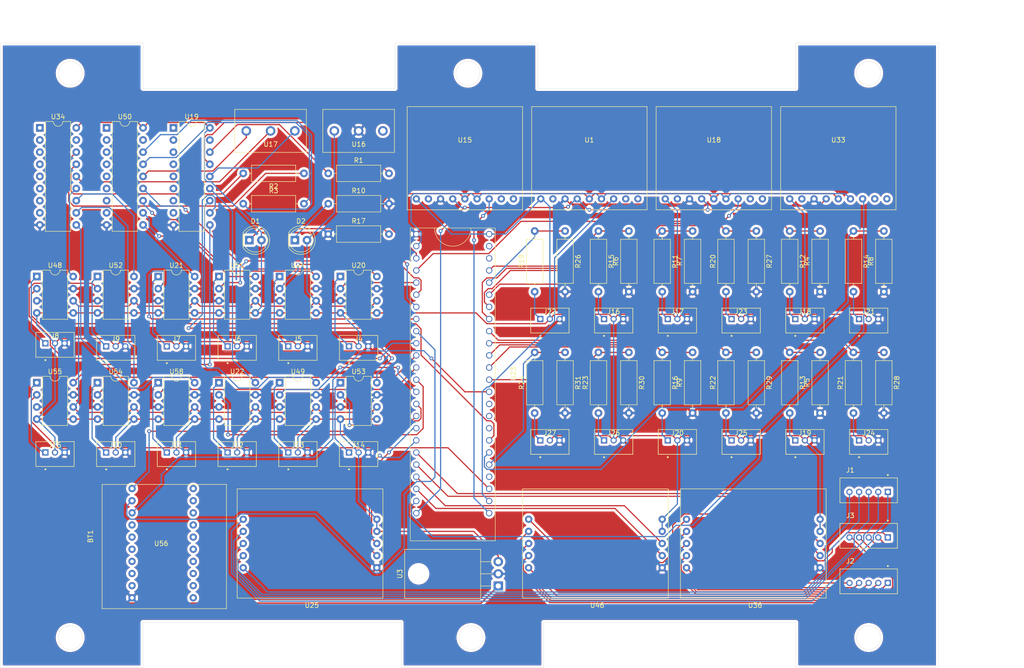
<source format=kicad_pcb>
(kicad_pcb (version 20171130) (host pcbnew "(5.1.10)-1")
  (title_block (title "Test Stand PCB") (date 2021-07-01) (rev v02) (company "Project Caelus") (comment 2 creativecommons.org/license/by/4.0/) (comment 3 "License: CC BY 4.0") (comment 4 "Author: Eric Feng"))
  (layers (0 F.Cu signal hide) (31 B.Cu signal hide) (35 F.Paste user) (37 F.SilkS user) (38 B.Mask user) (39 F.Mask user) (44 Edge.Cuts user))
  (net 0 "")
  (net 1 GND1)
  (net 2 "Net-(BT1-Pad1)")
  (net 3 "Net-(J1-Pad1)")
  (net 4 "Net-(J1-Pad2)")
  (net 5 "Net-(J1-Pad3)")
  (net 6 "Net-(J1-Pad4)")
  (net 7 "Net-(J1-Pad5)")
  (net 8 "Net-(J2-Pad1)")
  (net 9 "Net-(J2-Pad2)")
  (net 10 "Net-(J2-Pad3)")
  (net 11 "Net-(J2-Pad4)")
  (net 12 "Net-(J2-Pad5)")
  (net 13 "Net-(J3-Pad1)")
  (net 14 "Net-(J3-Pad2)")
  (net 15 "Net-(J3-Pad3)")
  (net 16 "Net-(J3-Pad4)")
  (net 17 "Net-(J3-Pad5)")
  (net 18 "Net-(R1-Pad2)")
  (net 19 "Net-(R1-Pad1)")
  (net 20 "Net-(R2-Pad2)")
  (net 21 "Net-(R2-Pad1)")
  (net 22 "Net-(R3-Pad2)")
  (net 23 "Net-(R3-Pad1)")
  (net 24 "Net-(R12-Pad1)")
  (net 25 "Net-(R13-Pad1)")
  (net 26 "Net-(R15-Pad1)")
  (net 27 "Net-(R11-Pad1)")
  (net 28 "Net-(R14-Pad1)")
  (net 29 "Net-(R16-Pad1)")
  (net 30 "Net-(R19-Pad2)")
  (net 31 "Net-(R20-Pad2)")
  (net 32 "Net-(R21-Pad2)")
  (net 33 "Net-(R22-Pad2)")
  (net 34 "Net-(R23-Pad2)")
  (net 35 "Net-(R24-Pad2)")
  (net 36 +5V)
  (net 37 1)
  (net 38 14)
  (net 39 13)
  (net 40 51)
  (net 41 40)
  (net 42 41)
  (net 43 42)
  (net 44 43)
  (net 45 44)
  (net 46 45)
  (net 47 53)
  (net 48 54)
  (net 49 48)
  (net 50 46)
  (net 51 47)
  (net 52 49)
  (net 53 50)
  (net 54 52)
  (net 55 27)
  (net 56 26)
  (net 57 25)
  (net 58 15)
  (net 59 36)
  (net 60 37)
  (net 61 38)
  (net 62 39)
  (net 63 28)
  (net 64 3)
  (net 65 31)
  (net 66 6)
  (net 67 11)
  (net 68 8)
  (net 69 7)
  (net 70 58)
  (net 71 4)
  (net 72 5)
  (net 73 61)
  (net 74 60)
  (net 75 9)
  (net 76 10)
  (net 77 12)
  (net 78 3.3)
  (net 79 57)
  (net 80 16)
  (net 81 17)
  (net 82 18)
  (net 83 19)
  (net 84 20)
  (net 85 21)
  (net 86 2)
  (net 87 32)
  (net 88 33)
  (net 89 34)
  (net 90 35)
  (net 91 29)
  (net 92 30)
  (net 93 "Net-(J16-Pad1)")
  (net 94 "Net-(J17-Pad1)")
  (net 95 "Net-(J18-Pad1)")
  (net 96 "Net-(J19-Pad1)")
  (net 97 "Net-(J20-Pad1)")
  (net 98 "Net-(J21-Pad1)")
  (net 99 "Net-(J22-Pad1)")
  (net 100 "Net-(J23-Pad1)")
  (net 101 "Net-(J24-Pad1)")
  (net 102 "Net-(J25-Pad1)")
  (net 103 "Net-(J26-Pad1)")
  (net 104 "Net-(J27-Pad1)")
  (net 105 "Net-(D1-Pad1)")
  (net 106 "Net-(D2-Pad1)")
  (module Launchbox:LoadCellAmp (layer F.Cu) (at 172.085 125.73)
    (fp_text reference U46 (at 0.381 12.954) (layer F.SilkS))
    (fp_text value LoadCellAmp)
    (pad 6 thru_hole circle (at 13.97 5.08) (size 1.524 1.524) (drill 0.762) (layers *.Cu *.Mask) (net 1 GND1))
    (pad 7 thru_hole circle (at 13.97 2.54) (size 1.524 1.524) (drill 0.762) (layers *.Cu *.Mask) (net 85 21))
    (pad 8 thru_hole circle (at 13.97 0) (size 1.524 1.524) (drill 0.762) (layers *.Cu *.Mask) (net 84 20))
    (pad 9 thru_hole circle (at 13.97 -2.54) (size 1.524 1.524) (drill 0.762) (layers *.Cu *.Mask) (net 36 +5V))
    (pad 10 thru_hole circle (at 13.97 -5.08) (size 1.524 1.524) (drill 0.762) (layers *.Cu *.Mask) (net 36 +5V))
    (pad 1 thru_hole circle (at -13.97 -5.08) (size 1.524 1.524) (drill 0.762) (layers *.Cu *.Mask) (net 13 "Net-(J3-Pad1)"))
    (pad 5 thru_hole circle (at -13.98 5.08) (size 1.524 1.524) (drill 0.762) (layers *.Cu *.Mask) (net 17 "Net-(J3-Pad5)"))
    (pad 4 thru_hole circle (at -13.97 2.54) (size 1.524 1.524) (drill 0.762) (layers *.Cu *.Mask) (net 16 "Net-(J3-Pad4)"))
    (pad 3 thru_hole circle (at -13.97 0) (size 1.524 1.524) (drill 0.762) (layers *.Cu *.Mask) (net 15 "Net-(J3-Pad3)"))
    (pad 2 thru_hole circle (at -13.97 -2.54) (size 1.524 1.524) (drill 0.762) (layers *.Cu *.Mask) (net 14 "Net-(J3-Pad2)"))
  )
  (module "Launchbox:Teensy 3.6" (layer F.Cu) (at 142.24 90.17 90)
    (fp_text reference U23 (at 0 12.7 90) (layer F.SilkS))
    (fp_text value Teensy3.6)
    (pad 40 thru_hole circle (at 29.21 7.62 90) (size 1.3208 1.3208) (drill 0.9398) (layers *.Cu *.Mask) (net 36 +5V))
    (pad 41 thru_hole circle (at 26.67 7.62 90) (size 1.3208 1.3208) (drill 0.9398) (layers *.Cu *.Mask))
    (pad 42 thru_hole circle (at 24.13 7.62 90) (size 1.3208 1.3208) (drill 0.9398) (layers *.Cu *.Mask))
    (pad 23 thru_hole circle (at 21.59 7.62 90) (size 1.3208 1.3208) (drill 0.9398) (layers *.Cu *.Mask) (net 26 "Net-(R15-Pad1)"))
    (pad 22 thru_hole circle (at 19.05 7.62 90) (size 1.3208 1.3208) (drill 0.9398) (layers *.Cu *.Mask) (net 30 "Net-(R19-Pad2)"))
    (pad 21 thru_hole circle (at 16.51 7.62 90) (size 1.3208 1.3208) (drill 0.9398) (layers *.Cu *.Mask) (net 27 "Net-(R11-Pad1)"))
    (pad 20 thru_hole circle (at 13.97 7.62 90) (size 1.3208 1.3208) (drill 0.9398) (layers *.Cu *.Mask) (net 31 "Net-(R20-Pad2)"))
    (pad 19 thru_hole circle (at 11.43 7.62 90) (size 1.3208 1.3208) (drill 0.9398) (layers *.Cu *.Mask) (net 24 "Net-(R12-Pad1)"))
    (pad 18 thru_hole circle (at 8.89 7.62 90) (size 1.3208 1.3208) (drill 0.9398) (layers *.Cu *.Mask) (net 32 "Net-(R21-Pad2)"))
    (pad 17 thru_hole circle (at 6.35 7.62 90) (size 1.3208 1.3208) (drill 0.9398) (layers *.Cu *.Mask) (net 25 "Net-(R13-Pad1)"))
    (pad 16 thru_hole circle (at 3.81 7.62 90) (size 1.3208 1.3208) (drill 0.9398) (layers *.Cu *.Mask) (net 33 "Net-(R22-Pad2)"))
    (pad 15 thru_hole circle (at 1.27 7.62 90) (size 1.3208 1.3208) (drill 0.9398) (layers *.Cu *.Mask) (net 29 "Net-(R16-Pad1)"))
    (pad 14 thru_hole circle (at -1.27 7.62 90) (size 1.3208 1.3208) (drill 0.9398) (layers *.Cu *.Mask) (net 34 "Net-(R23-Pad2)"))
    (pad 13 thru_hole circle (at -3.81 7.62 90) (size 1.3208 1.3208) (drill 0.9398) (layers *.Cu *.Mask) (net 68 8))
    (pad 43 thru_hole circle (at -6.35 7.62 90) (size 1.3208 1.3208) (drill 0.9398) (layers *.Cu *.Mask))
    (pad 44 thru_hole circle (at -8.89 7.62 90) (size 1.3208 1.3208) (drill 0.9398) (layers *.Cu *.Mask))
    (pad 45 thru_hole circle (at -11.43 7.62 90) (size 1.3208 1.3208) (drill 0.9398) (layers *.Cu *.Mask))
    (pad 39 thru_hole circle (at -13.97 7.62 90) (size 1.3208 1.3208) (drill 0.9398) (layers *.Cu *.Mask) (net 69 7))
    (pad 38 thru_hole circle (at -16.51 7.62 90) (size 1.3208 1.3208) (drill 0.9398) (layers *.Cu *.Mask) (net 28 "Net-(R14-Pad1)"))
    (pad 37 thru_hole circle (at -19.05 7.62 90) (size 1.3208 1.3208) (drill 0.9398) (layers *.Cu *.Mask) (net 35 "Net-(R24-Pad2)"))
    (pad 36 thru_hole circle (at -21.59 7.62 90) (size 1.3208 1.3208) (drill 0.9398) (layers *.Cu *.Mask))
    (pad 35 thru_hole circle (at -24.13 7.62 90) (size 1.3208 1.3208) (drill 0.9398) (layers *.Cu *.Mask) (net 70 58))
    (pad 34 thru_hole circle (at -26.67 7.62 90) (size 1.3208 1.3208) (drill 0.9398) (layers *.Cu *.Mask) (net 40 51))
    (pad 33 thru_hole circle (at -29.21 7.62 90) (size 1.3208 1.3208) (drill 0.9398) (layers *.Cu *.Mask) (net 53 50))
    (pad 46 thru_hole circle (at 29.21 -7.62 90) (size 1.3208 1.3208) (drill 0.9398) (layers *.Cu *.Mask) (net 1 GND1))
    (pad 0 thru_hole circle (at 26.67 -7.62 90) (size 1.3208 1.3208) (drill 0.9398) (layers *.Cu *.Mask) (net 39 13))
    (pad 1 thru_hole circle (at 24.13 -7.62 90) (size 1.3208 1.3208) (drill 0.9398) (layers *.Cu *.Mask) (net 38 14))
    (pad 2 thru_hole circle (at 21.59 -7.62 90) (size 1.3208 1.3208) (drill 0.9398) (layers *.Cu *.Mask) (net 58 15))
    (pad 3 thru_hole circle (at 19.05 -7.62 90) (size 1.3208 1.3208) (drill 0.9398) (layers *.Cu *.Mask) (net 64 3))
    (pad 4 thru_hole circle (at 16.51 -7.62 90) (size 1.3208 1.3208) (drill 0.9398) (layers *.Cu *.Mask) (net 71 4))
    (pad 5 thru_hole circle (at 13.97 -7.62 90) (size 1.3208 1.3208) (drill 0.9398) (layers *.Cu *.Mask) (net 72 5))
    (pad 6 thru_hole circle (at 11.43 -7.62 90) (size 1.3208 1.3208) (drill 0.9398) (layers *.Cu *.Mask) (net 66 6))
    (pad 7 thru_hole circle (at 8.89 -7.62 90) (size 1.3208 1.3208) (drill 0.9398) (layers *.Cu *.Mask) (net 73 61))
    (pad 8 thru_hole circle (at 6.35 -7.62 90) (size 1.3208 1.3208) (drill 0.9398) (layers *.Cu *.Mask) (net 74 60))
    (pad 9 thru_hole circle (at 3.81 -7.62 90) (size 1.3208 1.3208) (drill 0.9398) (layers *.Cu *.Mask) (net 75 9))
    (pad 10 thru_hole circle (at 1.27 -7.62 90) (size 1.3208 1.3208) (drill 0.9398) (layers *.Cu *.Mask) (net 76 10))
    (pad 11 thru_hole circle (at -1.27 -7.62 90) (size 1.3208 1.3208) (drill 0.9398) (layers *.Cu *.Mask) (net 67 11))
    (pad 12 thru_hole circle (at -3.81 -7.62 90) (size 1.3208 1.3208) (drill 0.9398) (layers *.Cu *.Mask) (net 77 12))
    (pad 47 thru_hole circle (at -6.35 -7.62 90) (size 1.3208 1.3208) (drill 0.9398) (layers *.Cu *.Mask) (net 78 3.3))
    (pad 24 thru_hole circle (at -8.89 -7.62 90) (size 1.3208 1.3208) (drill 0.9398) (layers *.Cu *.Mask) (net 79 57))
    (pad 25 thru_hole circle (at -11.43 -7.62 90) (size 1.3208 1.3208) (drill 0.9398) (layers *.Cu *.Mask) (net 80 16))
    (pad 26 thru_hole circle (at -13.97 -7.62 90) (size 1.3208 1.3208) (drill 0.9398) (layers *.Cu *.Mask) (net 81 17))
    (pad 27 thru_hole circle (at -16.51 -7.62 90) (size 1.3208 1.3208) (drill 0.9398) (layers *.Cu *.Mask) (net 82 18))
    (pad 28 thru_hole circle (at -19.05 -7.62 90) (size 1.3208 1.3208) (drill 0.9398) (layers *.Cu *.Mask) (net 83 19))
    (pad 29 thru_hole circle (at -21.59 -7.62 90) (size 1.3208 1.3208) (drill 0.9398) (layers *.Cu *.Mask) (net 84 20))
    (pad 30 thru_hole circle (at -24.13 -7.62 90) (size 1.3208 1.3208) (drill 0.9398) (layers *.Cu *.Mask) (net 85 21))
    (pad 31 thru_hole circle (at -26.67 -7.62 90) (size 1.3208 1.3208) (drill 0.9398) (layers *.Cu *.Mask) (net 86 2))
    (pad 32 thru_hole circle (at -29.21 -7.62 90) (size 1.3208 1.3208) (drill 0.9398) (layers *.Cu *.Mask) (net 37 1))
  )
  (module Launchbox:TE_1735446-3 (layer F.Cu) (at 162.56 104.14 180)
    (fp_text reference J27 (at 0 1.524) (layer F.SilkS))
    (fp_text value 440055-3)
    (pad 3 thru_hole circle (at -2.007 0 180) (size 1.308 1.308) (drill 0.8) (layers *.Cu *.Mask) (net 1 GND1))
    (pad 2 thru_hole circle (at 0 0 180) (size 1.308 1.308) (drill 0.8) (layers *.Cu *.Mask) (net 36 +5V))
    (pad 1 thru_hole rect (at 2.007 0 180) (size 1.308 1.308) (drill 0.8) (layers *.Cu *.Mask) (net 104 "Net-(J27-Pad1)"))
  )
  (module Launchbox:TE_1735446-3 (layer F.Cu) (at 175.895 104.14 180)
    (fp_text reference J26 (at 0 1.524) (layer F.SilkS))
    (fp_text value 440055-3)
    (pad 3 thru_hole circle (at -2.007 0 180) (size 1.308 1.308) (drill 0.8) (layers *.Cu *.Mask) (net 1 GND1))
    (pad 2 thru_hole circle (at 0 0 180) (size 1.308 1.308) (drill 0.8) (layers *.Cu *.Mask) (net 36 +5V))
    (pad 1 thru_hole rect (at 2.007 0 180) (size 1.308 1.308) (drill 0.8) (layers *.Cu *.Mask) (net 103 "Net-(J26-Pad1)"))
  )
  (module Launchbox:TE_1735446-3 (layer F.Cu) (at 202.565 104.14 180)
    (fp_text reference J25 (at 0 1.524) (layer F.SilkS))
    (fp_text value 440055-3)
    (pad 3 thru_hole circle (at -2.007 0 180) (size 1.308 1.308) (drill 0.8) (layers *.Cu *.Mask) (net 1 GND1))
    (pad 2 thru_hole circle (at 0 0 180) (size 1.308 1.308) (drill 0.8) (layers *.Cu *.Mask) (net 36 +5V))
    (pad 1 thru_hole rect (at 2.007 0 180) (size 1.308 1.308) (drill 0.8) (layers *.Cu *.Mask) (net 102 "Net-(J25-Pad1)"))
  )
  (module Launchbox:TE_1735446-3 (layer F.Cu) (at 229.235 104.14 180)
    (fp_text reference J24 (at 0 1.524) (layer F.SilkS))
    (fp_text value 440055-3)
    (pad 3 thru_hole circle (at -2.007 0 180) (size 1.308 1.308) (drill 0.8) (layers *.Cu *.Mask) (net 1 GND1))
    (pad 2 thru_hole circle (at 0 0 180) (size 1.308 1.308) (drill 0.8) (layers *.Cu *.Mask) (net 36 +5V))
    (pad 1 thru_hole rect (at 2.007 0 180) (size 1.308 1.308) (drill 0.8) (layers *.Cu *.Mask) (net 101 "Net-(J24-Pad1)"))
  )
  (module Launchbox:TE_1735446-3 (layer F.Cu) (at 202.565 78.74 180)
    (fp_text reference J23 (at 0 1.524) (layer F.SilkS))
    (fp_text value 440055-3)
    (pad 3 thru_hole circle (at -2.007 0 180) (size 1.308 1.308) (drill 0.8) (layers *.Cu *.Mask) (net 1 GND1))
    (pad 2 thru_hole circle (at 0 0 180) (size 1.308 1.308) (drill 0.8) (layers *.Cu *.Mask) (net 36 +5V))
    (pad 1 thru_hole rect (at 2.007 0 180) (size 1.308 1.308) (drill 0.8) (layers *.Cu *.Mask) (net 100 "Net-(J23-Pad1)"))
  )
  (module Launchbox:TE_1735446-3 (layer F.Cu) (at 162.56 78.74 180)
    (fp_text reference J22 (at 0 1.524) (layer F.SilkS))
    (fp_text value 440055-3)
    (pad 3 thru_hole circle (at -2.007 0 180) (size 1.308 1.308) (drill 0.8) (layers *.Cu *.Mask) (net 1 GND1))
    (pad 2 thru_hole circle (at 0 0 180) (size 1.308 1.308) (drill 0.8) (layers *.Cu *.Mask) (net 36 +5V))
    (pad 1 thru_hole rect (at 2.007 0 180) (size 1.308 1.308) (drill 0.8) (layers *.Cu *.Mask) (net 99 "Net-(J22-Pad1)"))
  )
  (module Launchbox:TE_1735446-3 (layer F.Cu) (at 229.235 78.74 180)
    (fp_text reference J21 (at 0 1.524) (layer F.SilkS))
    (fp_text value 440055-3)
    (pad 3 thru_hole circle (at -2.007 0 180) (size 1.308 1.308) (drill 0.8) (layers *.Cu *.Mask) (net 1 GND1))
    (pad 2 thru_hole circle (at 0 0 180) (size 1.308 1.308) (drill 0.8) (layers *.Cu *.Mask) (net 36 +5V))
    (pad 1 thru_hole rect (at 2.007 0 180) (size 1.308 1.308) (drill 0.8) (layers *.Cu *.Mask) (net 98 "Net-(J21-Pad1)"))
  )
  (module Launchbox:TE_1735446-3 (layer F.Cu) (at 189.23 104.14 180)
    (fp_text reference J20 (at 0 1.524) (layer F.SilkS))
    (fp_text value 440055-3)
    (pad 3 thru_hole circle (at -2.007 0 180) (size 1.308 1.308) (drill 0.8) (layers *.Cu *.Mask) (net 1 GND1))
    (pad 2 thru_hole circle (at 0 0 180) (size 1.308 1.308) (drill 0.8) (layers *.Cu *.Mask) (net 36 +5V))
    (pad 1 thru_hole rect (at 2.007 0 180) (size 1.308 1.308) (drill 0.8) (layers *.Cu *.Mask) (net 97 "Net-(J20-Pad1)"))
  )
  (module Launchbox:TE_1735446-3 (layer F.Cu) (at 215.9 104.14 180)
    (fp_text reference J19 (at 0 1.524) (layer F.SilkS))
    (fp_text value 440055-3)
    (pad 3 thru_hole circle (at -2.007 0 180) (size 1.308 1.308) (drill 0.8) (layers *.Cu *.Mask) (net 1 GND1))
    (pad 2 thru_hole circle (at 0 0 180) (size 1.308 1.308) (drill 0.8) (layers *.Cu *.Mask) (net 36 +5V))
    (pad 1 thru_hole rect (at 2.007 0 180) (size 1.308 1.308) (drill 0.8) (layers *.Cu *.Mask) (net 96 "Net-(J19-Pad1)"))
  )
  (module Launchbox:TE_1735446-3 (layer F.Cu) (at 215.9 78.74 180)
    (fp_text reference J18 (at 0 1.524) (layer F.SilkS))
    (fp_text value 440055-3)
    (pad 3 thru_hole circle (at -2.007 0 180) (size 1.308 1.308) (drill 0.8) (layers *.Cu *.Mask) (net 1 GND1))
    (pad 2 thru_hole circle (at 0 0 180) (size 1.308 1.308) (drill 0.8) (layers *.Cu *.Mask) (net 36 +5V))
    (pad 1 thru_hole rect (at 2.007 0 180) (size 1.308 1.308) (drill 0.8) (layers *.Cu *.Mask) (net 95 "Net-(J18-Pad1)"))
  )
  (module Launchbox:TE_1735446-3 (layer F.Cu) (at 189.23 78.74 180)
    (fp_text reference J17 (at 0 1.524) (layer F.SilkS))
    (fp_text value 440055-3)
    (pad 3 thru_hole circle (at -2.007 0 180) (size 1.308 1.308) (drill 0.8) (layers *.Cu *.Mask) (net 1 GND1))
    (pad 2 thru_hole circle (at 0 0 180) (size 1.308 1.308) (drill 0.8) (layers *.Cu *.Mask) (net 36 +5V))
    (pad 1 thru_hole rect (at 2.007 0 180) (size 1.308 1.308) (drill 0.8) (layers *.Cu *.Mask) (net 94 "Net-(J17-Pad1)"))
  )
  (module Launchbox:TE_1735446-3 (layer F.Cu) (at 175.895 78.74 180)
    (fp_text reference J16 (at 0 1.524) (layer F.SilkS))
    (fp_text value 440055-3)
    (pad 3 thru_hole circle (at -2.007 0 180) (size 1.308 1.308) (drill 0.8) (layers *.Cu *.Mask) (net 1 GND1))
    (pad 2 thru_hole circle (at 0 0 180) (size 1.308 1.308) (drill 0.8) (layers *.Cu *.Mask) (net 36 +5V))
    (pad 1 thru_hole rect (at 2.007 0 180) (size 1.308 1.308) (drill 0.8) (layers *.Cu *.Mask) (net 93 "Net-(J16-Pad1)"))
  )
  (module Launchbox:TE_1735446-3 (layer F.Cu) (at 59.055 106.68 180)
    (fp_text reference J15 (at 0 1.524) (layer F.SilkS))
    (fp_text value 440055-3)
    (pad 3 thru_hole circle (at -2.007 0 180) (size 1.308 1.308) (drill 0.8) (layers *.Cu *.Mask) (net 1 GND1))
    (pad 2 thru_hole circle (at 0 0 180) (size 1.308 1.308) (drill 0.8) (layers *.Cu *.Mask) (net 36 +5V))
    (pad 1 thru_hole rect (at 2.007 0 180) (size 1.308 1.308) (drill 0.8) (layers *.Cu *.Mask) (net 48 54))
  )
  (module Launchbox:TE_1735446-3 (layer F.Cu) (at 122.555 106.68 180)
    (fp_text reference J14 (at 0 1.524) (layer F.SilkS))
    (fp_text value 440055-3)
    (pad 3 thru_hole circle (at -2.007 0 180) (size 1.308 1.308) (drill 0.8) (layers *.Cu *.Mask) (net 1 GND1))
    (pad 2 thru_hole circle (at 0 0 180) (size 1.308 1.308) (drill 0.8) (layers *.Cu *.Mask) (net 36 +5V))
    (pad 1 thru_hole rect (at 2.007 0 180) (size 1.308 1.308) (drill 0.8) (layers *.Cu *.Mask) (net 47 53))
  )
  (module Launchbox:TE_1735446-3 (layer F.Cu) (at 109.855 106.68 180)
    (fp_text reference J13 (at 0 1.524) (layer F.SilkS))
    (fp_text value 440055-3)
    (pad 3 thru_hole circle (at -2.007 0 180) (size 1.308 1.308) (drill 0.8) (layers *.Cu *.Mask) (net 1 GND1))
    (pad 2 thru_hole circle (at 0 0 180) (size 1.308 1.308) (drill 0.8) (layers *.Cu *.Mask) (net 36 +5V))
    (pad 1 thru_hole rect (at 2.007 0 180) (size 1.308 1.308) (drill 0.8) (layers *.Cu *.Mask) (net 52 49))
  )
  (module Launchbox:TE_1735446-3 (layer F.Cu) (at 97.155 106.68 180)
    (fp_text reference J12 (at 0 1.524) (layer F.SilkS))
    (fp_text value 440055-3)
    (pad 3 thru_hole circle (at -2.007 0 180) (size 1.308 1.308) (drill 0.8) (layers *.Cu *.Mask) (net 1 GND1))
    (pad 2 thru_hole circle (at 0 0 180) (size 1.308 1.308) (drill 0.8) (layers *.Cu *.Mask) (net 36 +5V))
    (pad 1 thru_hole rect (at 2.007 0 180) (size 1.308 1.308) (drill 0.8) (layers *.Cu *.Mask) (net 49 48))
  )
  (module Launchbox:TE_1735446-3 (layer F.Cu) (at 84.455 106.68 180)
    (fp_text reference J11 (at 0 1.524) (layer F.SilkS))
    (fp_text value 440055-3)
    (pad 3 thru_hole circle (at -2.007 0 180) (size 1.308 1.308) (drill 0.8) (layers *.Cu *.Mask) (net 1 GND1))
    (pad 2 thru_hole circle (at 0 0 180) (size 1.308 1.308) (drill 0.8) (layers *.Cu *.Mask) (net 36 +5V))
    (pad 1 thru_hole rect (at 2.007 0 180) (size 1.308 1.308) (drill 0.8) (layers *.Cu *.Mask) (net 51 47))
  )
  (module Launchbox:TE_1735446-3 (layer F.Cu) (at 71.755 106.68 180)
    (fp_text reference J10 (at 0 1.524) (layer F.SilkS))
    (fp_text value 440055-3)
    (pad 3 thru_hole circle (at -2.007 0 180) (size 1.308 1.308) (drill 0.8) (layers *.Cu *.Mask) (net 1 GND1))
    (pad 2 thru_hole circle (at 0 0 180) (size 1.308 1.308) (drill 0.8) (layers *.Cu *.Mask) (net 36 +5V))
    (pad 1 thru_hole rect (at 2.007 0 180) (size 1.308 1.308) (drill 0.8) (layers *.Cu *.Mask) (net 50 46))
  )
  (module Launchbox:TE_1735446-3 (layer F.Cu) (at 71.755 84.455 180)
    (fp_text reference J9 (at 0 1.524) (layer F.SilkS))
    (fp_text value 440055-3)
    (pad 3 thru_hole circle (at -2.007 0 180) (size 1.308 1.308) (drill 0.8) (layers *.Cu *.Mask) (net 1 GND1))
    (pad 2 thru_hole circle (at 0 0 180) (size 1.308 1.308) (drill 0.8) (layers *.Cu *.Mask) (net 36 +5V))
    (pad 1 thru_hole rect (at 2.007 0 180) (size 1.308 1.308) (drill 0.8) (layers *.Cu *.Mask) (net 46 45))
  )
  (module Launchbox:TE_1735446-3 (layer F.Cu) (at 59.055 83.82 180)
    (fp_text reference J8 (at 0 1.524) (layer F.SilkS))
    (fp_text value 440055-3)
    (pad 3 thru_hole circle (at -2.007 0 180) (size 1.308 1.308) (drill 0.8) (layers *.Cu *.Mask) (net 1 GND1))
    (pad 2 thru_hole circle (at 0 0 180) (size 1.308 1.308) (drill 0.8) (layers *.Cu *.Mask) (net 36 +5V))
    (pad 1 thru_hole rect (at 2.007 0 180) (size 1.308 1.308) (drill 0.8) (layers *.Cu *.Mask) (net 45 44))
  )
  (module Launchbox:TE_1735446-3 (layer F.Cu) (at 84.455 84.455 180)
    (fp_text reference J7 (at 0 1.524) (layer F.SilkS))
    (fp_text value 440055-3)
    (pad 3 thru_hole circle (at -2.007 0 180) (size 1.308 1.308) (drill 0.8) (layers *.Cu *.Mask) (net 1 GND1))
    (pad 2 thru_hole circle (at 0 0 180) (size 1.308 1.308) (drill 0.8) (layers *.Cu *.Mask) (net 36 +5V))
    (pad 1 thru_hole rect (at 2.007 0 180) (size 1.308 1.308) (drill 0.8) (layers *.Cu *.Mask) (net 44 43))
  )
  (module Launchbox:TE_1735446-3 (layer F.Cu) (at 97.155 84.455 180)
    (fp_text reference J6 (at 0 1.524) (layer F.SilkS))
    (fp_text value 440055-3)
    (pad 3 thru_hole circle (at -2.007 0 180) (size 1.308 1.308) (drill 0.8) (layers *.Cu *.Mask) (net 1 GND1))
    (pad 2 thru_hole circle (at 0 0 180) (size 1.308 1.308) (drill 0.8) (layers *.Cu *.Mask) (net 36 +5V))
    (pad 1 thru_hole rect (at 2.007 0 180) (size 1.308 1.308) (drill 0.8) (layers *.Cu *.Mask) (net 43 42))
  )
  (module Launchbox:TE_1735446-3 (layer F.Cu) (at 109.855 84.455 180)
    (fp_text reference J5 (at 0 1.524) (layer F.SilkS))
    (fp_text value 440055-3)
    (pad 3 thru_hole circle (at -2.007 0 180) (size 1.308 1.308) (drill 0.8) (layers *.Cu *.Mask) (net 1 GND1))
    (pad 2 thru_hole circle (at 0 0 180) (size 1.308 1.308) (drill 0.8) (layers *.Cu *.Mask) (net 36 +5V))
    (pad 1 thru_hole rect (at 2.007 0 180) (size 1.308 1.308) (drill 0.8) (layers *.Cu *.Mask) (net 42 41))
  )
  (module Launchbox:TE_1735446-3 (layer F.Cu) (at 122.555 84.455 180)
    (fp_text reference J4 (at 0 1.524) (layer F.SilkS))
    (fp_text value 440055-3)
    (pad 3 thru_hole circle (at -2.007 0 180) (size 1.308 1.308) (drill 0.8) (layers *.Cu *.Mask) (net 1 GND1))
    (pad 2 thru_hole circle (at 0 0 180) (size 1.308 1.308) (drill 0.8) (layers *.Cu *.Mask) (net 36 +5V))
    (pad 1 thru_hole rect (at 2.007 0 180) (size 1.308 1.308) (drill 0.8) (layers *.Cu *.Mask) (net 41 40))
  )
  (module Launchbox:Xbee_Breakout (layer F.Cu) (at 81.915 126.365 180)
    (fp_text reference U56 (at 0.635 0.635) (layer F.SilkS))
    (fp_text value XBee_Breakout)
    (pad 20 thru_hole circle (at -6.05202 12.12918) (size 1.524 1.524) (drill 0.762) (layers *.Cu *.Mask))
    (pad 19 thru_hole circle (at -6.05202 9.58918) (size 1.524 1.524) (drill 0.762) (layers *.Cu *.Mask))
    (pad 18 thru_hole circle (at -6.05202 7.04918) (size 1.524 1.524) (drill 0.762) (layers *.Cu *.Mask))
    (pad 17 thru_hole circle (at -6.05202 4.50918) (size 1.524 1.524) (drill 0.762) (layers *.Cu *.Mask))
    (pad 16 thru_hole circle (at -6.05202 1.96918) (size 1.524 1.524) (drill 0.762) (layers *.Cu *.Mask))
    (pad 15 thru_hole circle (at -6.05202 -0.57082) (size 1.524 1.524) (drill 0.762) (layers *.Cu *.Mask))
    (pad 14 thru_hole circle (at -6.05202 -3.11082) (size 1.524 1.524) (drill 0.762) (layers *.Cu *.Mask))
    (pad 13 thru_hole circle (at -6.05202 -5.65082) (size 1.524 1.524) (drill 0.762) (layers *.Cu *.Mask))
    (pad 12 thru_hole circle (at -6.05202 -8.19082) (size 1.524 1.524) (drill 0.762) (layers *.Cu *.Mask))
    (pad 11 thru_hole circle (at -6.05202 -10.73082) (size 1.524 1.524) (drill 0.762) (layers *.Cu *.Mask))
    (pad 10 thru_hole circle (at 6.74798 -10.73082) (size 1.524 1.524) (drill 0.762) (layers *.Cu *.Mask) (net 1 GND1))
    (pad 9 thru_hole circle (at 6.74798 -8.19082) (size 1.524 1.524) (drill 0.762) (layers *.Cu *.Mask))
    (pad 8 thru_hole circle (at 6.74798 -5.65082) (size 1.524 1.524) (drill 0.762) (layers *.Cu *.Mask))
    (pad 7 thru_hole circle (at 6.74798 -3.11082) (size 1.524 1.524) (drill 0.762) (layers *.Cu *.Mask))
    (pad 6 thru_hole circle (at 6.74798 -0.57082) (size 1.524 1.524) (drill 0.762) (layers *.Cu *.Mask))
    (pad 5 thru_hole circle (at 6.74798 1.96918) (size 1.524 1.524) (drill 0.762) (layers *.Cu *.Mask))
    (pad 4 thru_hole circle (at 6.74798 4.50918) (size 1.524 1.524) (drill 0.762) (layers *.Cu *.Mask))
    (pad 3 thru_hole circle (at 6.74798 7.04918) (size 1.524 1.524) (drill 0.762) (layers *.Cu *.Mask) (net 74 60))
    (pad 2 thru_hole circle (at 6.74798 9.58918) (size 1.524 1.524) (drill 0.762) (layers *.Cu *.Mask) (net 73 61))
    (pad 1 thru_hole circle (at 6.74798 12.12918) (size 1.524 1.524) (drill 0.762) (layers *.Cu *.Mask) (net 78 3.3))
  )
  (module Launchbox:TE_1735446-5 (layer F.Cu) (at 229.235 124.46)
    (fp_text reference J3 (at -3.838 -4.565) (layer F.SilkS))
    (fp_text value 440055-5)
    (pad 5 thru_hole circle (at -4.013 0) (size 1.308 1.308) (drill 0.8) (layers *.Cu *.Mask) (net 17 "Net-(J3-Pad5)"))
    (pad 4 thru_hole circle (at -2.007 0) (size 1.308 1.308) (drill 0.8) (layers *.Cu *.Mask) (net 16 "Net-(J3-Pad4)"))
    (pad 3 thru_hole circle (at 0 0) (size 1.308 1.308) (drill 0.8) (layers *.Cu *.Mask) (net 15 "Net-(J3-Pad3)"))
    (pad 2 thru_hole circle (at 2.007 0) (size 1.308 1.308) (drill 0.8) (layers *.Cu *.Mask) (net 14 "Net-(J3-Pad2)"))
    (pad 1 thru_hole rect (at 4.013 0) (size 1.308 1.308) (drill 0.8) (layers *.Cu *.Mask) (net 13 "Net-(J3-Pad1)"))
  )
  (module Launchbox:TE_1735446-5 (layer F.Cu) (at 229.235 133.985)
    (fp_text reference J2 (at -3.838 -4.565) (layer F.SilkS))
    (fp_text value 440055-5)
    (pad 5 thru_hole circle (at -4.013 0) (size 1.308 1.308) (drill 0.8) (layers *.Cu *.Mask) (net 12 "Net-(J2-Pad5)"))
    (pad 4 thru_hole circle (at -2.007 0) (size 1.308 1.308) (drill 0.8) (layers *.Cu *.Mask) (net 11 "Net-(J2-Pad4)"))
    (pad 3 thru_hole circle (at 0 0) (size 1.308 1.308) (drill 0.8) (layers *.Cu *.Mask) (net 10 "Net-(J2-Pad3)"))
    (pad 2 thru_hole circle (at 2.007 0) (size 1.308 1.308) (drill 0.8) (layers *.Cu *.Mask) (net 9 "Net-(J2-Pad2)"))
    (pad 1 thru_hole rect (at 4.013 0) (size 1.308 1.308) (drill 0.8) (layers *.Cu *.Mask) (net 8 "Net-(J2-Pad1)"))
  )
  (module Launchbox:TE_1735446-5 (layer F.Cu) (at 229.235 114.935)
    (fp_text reference J1 (at -3.838 -4.565) (layer F.SilkS))
    (fp_text value 440055-5)
    (pad 5 thru_hole circle (at -4.013 0) (size 1.308 1.308) (drill 0.8) (layers *.Cu *.Mask) (net 7 "Net-(J1-Pad5)"))
    (pad 4 thru_hole circle (at -2.007 0) (size 1.308 1.308) (drill 0.8) (layers *.Cu *.Mask) (net 6 "Net-(J1-Pad4)"))
    (pad 3 thru_hole circle (at 0 0) (size 1.308 1.308) (drill 0.8) (layers *.Cu *.Mask) (net 5 "Net-(J1-Pad3)"))
    (pad 2 thru_hole circle (at 2.007 0) (size 1.308 1.308) (drill 0.8) (layers *.Cu *.Mask) (net 4 "Net-(J1-Pad2)"))
    (pad 1 thru_hole rect (at 4.013 0) (size 1.308 1.308) (drill 0.8) (layers *.Cu *.Mask) (net 3 "Net-(J1-Pad1)"))
  )
  (module Resistor_THT:R_Axial_DIN0309_L9.0mm_D3.2mm_P12.70mm_Horizontal (layer F.Cu) (at 98.425 54.61)
    (fp_text reference R3 (at 6.35 -2.72) (layer F.SilkS))
    (fp_text value R_US)
    (pad 2 thru_hole oval (at 12.7 0) (size 1.6 1.6) (drill 0.8) (layers *.Cu *.Mask) (net 22 "Net-(R3-Pad2)"))
    (pad 1 thru_hole circle (at 0 0) (size 1.6 1.6) (drill 0.8) (layers *.Cu *.Mask) (net 23 "Net-(R3-Pad1)"))
  )
  (module Resistor_THT:R_Axial_DIN0309_L9.0mm_D3.2mm_P12.70mm_Horizontal (layer F.Cu) (at 116.205 60.96)
    (fp_text reference R17 (at 6.35 -2.72) (layer F.SilkS))
    (fp_text value R)
    (pad 2 thru_hole oval (at 12.7 0) (size 1.6 1.6) (drill 0.8) (layers *.Cu *.Mask) (net 105 "Net-(D1-Pad1)"))
    (pad 1 thru_hole circle (at 0 0) (size 1.6 1.6) (drill 0.8) (layers *.Cu *.Mask) (net 1 GND1))
  )
  (module Resistor_THT:R_Axial_DIN0309_L9.0mm_D3.2mm_P12.70mm_Horizontal (layer F.Cu) (at 116.205 54.61)
    (fp_text reference R10 (at 6.35 -2.72) (layer F.SilkS))
    (fp_text value R)
    (pad 2 thru_hole oval (at 12.7 0) (size 1.6 1.6) (drill 0.8) (layers *.Cu *.Mask) (net 1 GND1))
    (pad 1 thru_hole circle (at 0 0) (size 1.6 1.6) (drill 0.8) (layers *.Cu *.Mask) (net 106 "Net-(D2-Pad1)"))
  )
  (module LED_THT:LED_D5.0mm (layer F.Cu) (at 109.22 62.23)
    (fp_text reference D2 (at 1.27 -3.96) (layer F.SilkS))
    (fp_text value LED)
    (pad 2 thru_hole circle (at 2.54 0) (size 1.8 1.8) (drill 0.9) (layers *.Cu *.Mask) (net 54 52))
    (pad 1 thru_hole rect (at 0 0) (size 1.8 1.8) (drill 0.9) (layers *.Cu *.Mask) (net 106 "Net-(D2-Pad1)"))
  )
  (module LED_THT:LED_D5.0mm (layer F.Cu) (at 99.695 62.23)
    (fp_text reference D1 (at 1.27 -3.96) (layer F.SilkS))
    (fp_text value LED)
    (pad 2 thru_hole circle (at 2.54 0) (size 1.8 1.8) (drill 0.9) (layers *.Cu *.Mask) (net 36 +5V))
    (pad 1 thru_hole rect (at 0 0) (size 1.8 1.8) (drill 0.9) (layers *.Cu *.Mask) (net 105 "Net-(D1-Pad1)"))
  )
  (module Launchbox:MAX31856 (layer F.Cu) (at 170.815 45.085)
    (fp_text reference U1 (at 0 -3.81) (layer F.SilkS))
    (fp_text value MAX31856)
    (pad 1 thru_hole circle (at -10.16 8.509) (size 1.524 1.524) (drill 0.762) (layers *.Cu *.Mask) (net 36 +5V))
    (pad 2 thru_hole circle (at -7.62 8.509) (size 1.524 1.524) (drill 0.762) (layers *.Cu *.Mask))
    (pad 3 thru_hole circle (at -5.08 8.509) (size 1.524 1.524) (drill 0.762) (layers *.Cu *.Mask) (net 1 GND1))
    (pad 4 thru_hole circle (at -2.54 8.509) (size 1.524 1.524) (drill 0.762) (layers *.Cu *.Mask) (net 37 1))
    (pad 5 thru_hole circle (at 0 8.509) (size 1.524 1.524) (drill 0.762) (layers *.Cu *.Mask) (net 38 14))
    (pad 6 thru_hole circle (at 2.54 8.509) (size 1.524 1.524) (drill 0.762) (layers *.Cu *.Mask) (net 39 13))
    (pad 7 thru_hole circle (at 5.08 8.509) (size 1.524 1.524) (drill 0.762) (layers *.Cu *.Mask) (net 40 51))
    (pad 8 thru_hole circle (at 7.62 8.509) (size 1.524 1.524) (drill 0.762) (layers *.Cu *.Mask))
    (pad 9 thru_hole circle (at 10.16 8.509) (size 1.524 1.524) (drill 0.762) (layers *.Cu *.Mask))
  )
  (module Launchbox:MAX31856 (layer F.Cu) (at 196.85 45.085)
    (fp_text reference U18 (at 0 -3.81) (layer F.SilkS))
    (fp_text value MAX31856)
    (pad 1 thru_hole circle (at -10.16 8.509) (size 1.524 1.524) (drill 0.762) (layers *.Cu *.Mask) (net 36 +5V))
    (pad 2 thru_hole circle (at -7.62 8.509) (size 1.524 1.524) (drill 0.762) (layers *.Cu *.Mask))
    (pad 3 thru_hole circle (at -5.08 8.509) (size 1.524 1.524) (drill 0.762) (layers *.Cu *.Mask) (net 1 GND1))
    (pad 4 thru_hole circle (at -2.54 8.509) (size 1.524 1.524) (drill 0.762) (layers *.Cu *.Mask) (net 37 1))
    (pad 5 thru_hole circle (at 0 8.509) (size 1.524 1.524) (drill 0.762) (layers *.Cu *.Mask) (net 38 14))
    (pad 6 thru_hole circle (at 2.54 8.509) (size 1.524 1.524) (drill 0.762) (layers *.Cu *.Mask) (net 39 13))
    (pad 7 thru_hole circle (at 5.08 8.509) (size 1.524 1.524) (drill 0.762) (layers *.Cu *.Mask) (net 58 15))
    (pad 8 thru_hole circle (at 7.62 8.509) (size 1.524 1.524) (drill 0.762) (layers *.Cu *.Mask))
    (pad 9 thru_hole circle (at 10.16 8.509) (size 1.524 1.524) (drill 0.762) (layers *.Cu *.Mask))
  )
  (module Package_DIP:DIP-8_W7.62mm (layer F.Cu) (at 93.345 92.075)
    (fp_text reference U22 (at 3.81 -2.33) (layer F.SilkS))
    (fp_text value SPDT_IC)
    (pad 8 thru_hole oval (at 7.62 0) (size 1.6 1.6) (drill 0.8) (layers *.Cu *.Mask) (net 59 36))
    (pad 4 thru_hole oval (at 0 7.62) (size 1.6 1.6) (drill 0.8) (layers *.Cu *.Mask) (net 36 +5V))
    (pad 7 thru_hole oval (at 7.62 2.54) (size 1.6 1.6) (drill 0.8) (layers *.Cu *.Mask) (net 1 GND1))
    (pad 3 thru_hole oval (at 0 5.08) (size 1.6 1.6) (drill 0.8) (layers *.Cu *.Mask) (net 1 GND1))
    (pad 6 thru_hole oval (at 7.62 5.08) (size 1.6 1.6) (drill 0.8) (layers *.Cu *.Mask) (net 54 52))
    (pad 2 thru_hole oval (at 0 2.54) (size 1.6 1.6) (drill 0.8) (layers *.Cu *.Mask) (net 67 11))
    (pad 5 thru_hole oval (at 7.62 7.62) (size 1.6 1.6) (drill 0.8) (layers *.Cu *.Mask) (net 36 +5V))
    (pad 1 thru_hole rect (at 0 0) (size 1.6 1.6) (drill 0.8) (layers *.Cu *.Mask) (net 49 48))
  )
  (module Launchbox:MAX31856 (layer F.Cu) (at 144.78 45.085)
    (fp_text reference U15 (at 0 -3.81) (layer F.SilkS))
    (fp_text value MAX31856)
    (pad 1 thru_hole circle (at -10.16 8.509) (size 1.524 1.524) (drill 0.762) (layers *.Cu *.Mask) (net 36 +5V))
    (pad 2 thru_hole circle (at -7.62 8.509) (size 1.524 1.524) (drill 0.762) (layers *.Cu *.Mask))
    (pad 3 thru_hole circle (at -5.08 8.509) (size 1.524 1.524) (drill 0.762) (layers *.Cu *.Mask) (net 1 GND1))
    (pad 4 thru_hole circle (at -2.54 8.509) (size 1.524 1.524) (drill 0.762) (layers *.Cu *.Mask) (net 37 1))
    (pad 5 thru_hole circle (at 0 8.509) (size 1.524 1.524) (drill 0.762) (layers *.Cu *.Mask) (net 38 14))
    (pad 6 thru_hole circle (at 2.54 8.509) (size 1.524 1.524) (drill 0.762) (layers *.Cu *.Mask) (net 39 13))
    (pad 7 thru_hole circle (at 5.08 8.509) (size 1.524 1.524) (drill 0.762) (layers *.Cu *.Mask) (net 53 50))
    (pad 8 thru_hole circle (at 7.62 8.509) (size 1.524 1.524) (drill 0.762) (layers *.Cu *.Mask))
    (pad 9 thru_hole circle (at 10.16 8.509) (size 1.524 1.524) (drill 0.762) (layers *.Cu *.Mask))
  )
  (module Package_DIP:DIP-8_W7.62mm (layer F.Cu) (at 80.645 92.075)
    (fp_text reference U58 (at 3.81 -2.33) (layer F.SilkS))
    (fp_text value SPDT_IC)
    (pad 8 thru_hole oval (at 7.62 0) (size 1.6 1.6) (drill 0.8) (layers *.Cu *.Mask) (net 90 35))
    (pad 4 thru_hole oval (at 0 7.62) (size 1.6 1.6) (drill 0.8) (layers *.Cu *.Mask) (net 36 +5V))
    (pad 7 thru_hole oval (at 7.62 2.54) (size 1.6 1.6) (drill 0.8) (layers *.Cu *.Mask) (net 1 GND1))
    (pad 3 thru_hole oval (at 0 5.08) (size 1.6 1.6) (drill 0.8) (layers *.Cu *.Mask) (net 1 GND1))
    (pad 6 thru_hole oval (at 7.62 5.08) (size 1.6 1.6) (drill 0.8) (layers *.Cu *.Mask) (net 54 52))
    (pad 2 thru_hole oval (at 0 2.54) (size 1.6 1.6) (drill 0.8) (layers *.Cu *.Mask) (net 76 10))
    (pad 5 thru_hole oval (at 7.62 7.62) (size 1.6 1.6) (drill 0.8) (layers *.Cu *.Mask) (net 36 +5V))
    (pad 1 thru_hole rect (at 0 0) (size 1.6 1.6) (drill 0.8) (layers *.Cu *.Mask) (net 51 47))
  )
  (module Launchbox:MAX31856 (layer F.Cu) (at 222.885 45.085)
    (fp_text reference U33 (at 0 -3.81) (layer F.SilkS))
    (fp_text value MAX31856)
    (pad 1 thru_hole circle (at -10.16 8.509) (size 1.524 1.524) (drill 0.762) (layers *.Cu *.Mask) (net 36 +5V))
    (pad 2 thru_hole circle (at -7.62 8.509) (size 1.524 1.524) (drill 0.762) (layers *.Cu *.Mask))
    (pad 3 thru_hole circle (at -5.08 8.509) (size 1.524 1.524) (drill 0.762) (layers *.Cu *.Mask) (net 1 GND1))
    (pad 4 thru_hole circle (at -2.54 8.509) (size 1.524 1.524) (drill 0.762) (layers *.Cu *.Mask) (net 37 1))
    (pad 5 thru_hole circle (at 0 8.509) (size 1.524 1.524) (drill 0.762) (layers *.Cu *.Mask) (net 38 14))
    (pad 6 thru_hole circle (at 2.54 8.509) (size 1.524 1.524) (drill 0.762) (layers *.Cu *.Mask) (net 39 13))
    (pad 7 thru_hole circle (at 5.08 8.509) (size 1.524 1.524) (drill 0.762) (layers *.Cu *.Mask) (net 86 2))
    (pad 8 thru_hole circle (at 7.62 8.509) (size 1.524 1.524) (drill 0.762) (layers *.Cu *.Mask))
    (pad 9 thru_hole circle (at 10.16 8.509) (size 1.524 1.524) (drill 0.762) (layers *.Cu *.Mask))
  )
  (module Package_DIP:DIP-8_W7.62mm (layer F.Cu) (at 67.945 92.075)
    (fp_text reference U54 (at 3.81 -2.33) (layer F.SilkS))
    (fp_text value SPDT_IC)
    (pad 8 thru_hole oval (at 7.62 0) (size 1.6 1.6) (drill 0.8) (layers *.Cu *.Mask) (net 89 34))
    (pad 4 thru_hole oval (at 0 7.62) (size 1.6 1.6) (drill 0.8) (layers *.Cu *.Mask) (net 36 +5V))
    (pad 7 thru_hole oval (at 7.62 2.54) (size 1.6 1.6) (drill 0.8) (layers *.Cu *.Mask) (net 1 GND1))
    (pad 3 thru_hole oval (at 0 5.08) (size 1.6 1.6) (drill 0.8) (layers *.Cu *.Mask) (net 1 GND1))
    (pad 6 thru_hole oval (at 7.62 5.08) (size 1.6 1.6) (drill 0.8) (layers *.Cu *.Mask) (net 54 52))
    (pad 2 thru_hole oval (at 0 2.54) (size 1.6 1.6) (drill 0.8) (layers *.Cu *.Mask) (net 75 9))
    (pad 5 thru_hole oval (at 7.62 7.62) (size 1.6 1.6) (drill 0.8) (layers *.Cu *.Mask) (net 36 +5V))
    (pad 1 thru_hole rect (at 0 0) (size 1.6 1.6) (drill 0.8) (layers *.Cu *.Mask) (net 50 46))
  )
  (module Launchbox:Lipo_Battery_Connector (layer F.Cu) (at 59.69 124.46 90)
    (fp_text reference BT1 (at 0.21 6.78 90) (layer F.SilkS))
    (fp_text value Battery_Cell)
    (pad 2 smd rect (at 7.62 0 90) (size 9.525 9.525) (layers F.Cu F.Paste F.Mask) (net 1 GND1))
    (pad 1 smd rect (at -7.62 0 90) (size 9.525 9.525) (layers F.Cu F.Paste F.Mask) (net 2 "Net-(BT1-Pad1)"))
  )
  (module Resistor_THT:R_Axial_DIN0309_L9.0mm_D3.2mm_P12.70mm_Horizontal (layer F.Cu) (at 116.205 48.26)
    (fp_text reference R1 (at 6.35 -2.72) (layer F.SilkS))
    (fp_text value R_US)
    (pad 2 thru_hole oval (at 12.7 0) (size 1.6 1.6) (drill 0.8) (layers *.Cu *.Mask) (net 18 "Net-(R1-Pad2)"))
    (pad 1 thru_hole circle (at 0 0) (size 1.6 1.6) (drill 0.8) (layers *.Cu *.Mask) (net 19 "Net-(R1-Pad1)"))
  )
  (module Resistor_THT:R_Axial_DIN0309_L9.0mm_D3.2mm_P12.70mm_Horizontal (layer F.Cu) (at 111.125 48.26 180)
    (fp_text reference R2 (at 6.35 -2.72) (layer F.SilkS))
    (fp_text value R_US)
    (pad 2 thru_hole oval (at 12.7 0 180) (size 1.6 1.6) (drill 0.8) (layers *.Cu *.Mask) (net 20 "Net-(R2-Pad2)"))
    (pad 1 thru_hole circle (at 0 0 180) (size 1.6 1.6) (drill 0.8) (layers *.Cu *.Mask) (net 21 "Net-(R2-Pad1)"))
  )
  (module Resistor_THT:R_Axial_DIN0309_L9.0mm_D3.2mm_P12.70mm_Horizontal (layer F.Cu) (at 219.075 73.025 90)
    (fp_text reference R4 (at 6.35 -2.72 90) (layer F.SilkS))
    (fp_text value R_US)
    (pad 2 thru_hole oval (at 12.7 0 90) (size 1.6 1.6) (drill 0.8) (layers *.Cu *.Mask) (net 24 "Net-(R12-Pad1)"))
    (pad 1 thru_hole circle (at 0 0 90) (size 1.6 1.6) (drill 0.8) (layers *.Cu *.Mask) (net 1 GND1))
  )
  (module Resistor_THT:R_Axial_DIN0309_L9.0mm_D3.2mm_P12.70mm_Horizontal (layer F.Cu) (at 219.075 98.425 90)
    (fp_text reference R5 (at 6.35 -2.72 90) (layer F.SilkS))
    (fp_text value R_US)
    (pad 2 thru_hole oval (at 12.7 0 90) (size 1.6 1.6) (drill 0.8) (layers *.Cu *.Mask) (net 25 "Net-(R13-Pad1)"))
    (pad 1 thru_hole circle (at 0 0 90) (size 1.6 1.6) (drill 0.8) (layers *.Cu *.Mask) (net 1 GND1))
  )
  (module Resistor_THT:R_Axial_DIN0309_L9.0mm_D3.2mm_P12.70mm_Horizontal (layer F.Cu) (at 179.07 73.025 90)
    (fp_text reference R6 (at 6.35 -2.72 90) (layer F.SilkS))
    (fp_text value R_US)
    (pad 2 thru_hole oval (at 12.7 0 90) (size 1.6 1.6) (drill 0.8) (layers *.Cu *.Mask) (net 26 "Net-(R15-Pad1)"))
    (pad 1 thru_hole circle (at 0 0 90) (size 1.6 1.6) (drill 0.8) (layers *.Cu *.Mask) (net 1 GND1))
  )
  (module Resistor_THT:R_Axial_DIN0309_L9.0mm_D3.2mm_P12.70mm_Horizontal (layer F.Cu) (at 192.405 73.025 90)
    (fp_text reference R7 (at 6.35 -2.72 90) (layer F.SilkS))
    (fp_text value R_US)
    (pad 2 thru_hole oval (at 12.7 0 90) (size 1.6 1.6) (drill 0.8) (layers *.Cu *.Mask) (net 27 "Net-(R11-Pad1)"))
    (pad 1 thru_hole circle (at 0 0 90) (size 1.6 1.6) (drill 0.8) (layers *.Cu *.Mask) (net 1 GND1))
  )
  (module Resistor_THT:R_Axial_DIN0309_L9.0mm_D3.2mm_P12.70mm_Horizontal (layer F.Cu) (at 232.41 73.025 90)
    (fp_text reference R8 (at 6.35 -2.72 90) (layer F.SilkS))
    (fp_text value R_US)
    (pad 2 thru_hole oval (at 12.7 0 90) (size 1.6 1.6) (drill 0.8) (layers *.Cu *.Mask) (net 28 "Net-(R14-Pad1)"))
    (pad 1 thru_hole circle (at 0 0 90) (size 1.6 1.6) (drill 0.8) (layers *.Cu *.Mask) (net 1 GND1))
  )
  (module Resistor_THT:R_Axial_DIN0309_L9.0mm_D3.2mm_P12.70mm_Horizontal (layer F.Cu) (at 192.405 98.425 90)
    (fp_text reference R9 (at 6.35 -2.72 90) (layer F.SilkS))
    (fp_text value R_US)
    (pad 2 thru_hole oval (at 12.7 0 90) (size 1.6 1.6) (drill 0.8) (layers *.Cu *.Mask) (net 29 "Net-(R16-Pad1)"))
    (pad 1 thru_hole circle (at 0 0 90) (size 1.6 1.6) (drill 0.8) (layers *.Cu *.Mask) (net 1 GND1))
  )
  (module Resistor_THT:R_Axial_DIN0309_L9.0mm_D3.2mm_P12.70mm_Horizontal (layer F.Cu) (at 186.055 60.325 270)
    (fp_text reference R11 (at 6.35 -2.72 90) (layer F.SilkS))
    (fp_text value R_US)
    (pad 2 thru_hole oval (at 12.7 0 270) (size 1.6 1.6) (drill 0.8) (layers *.Cu *.Mask) (net 94 "Net-(J17-Pad1)"))
    (pad 1 thru_hole circle (at 0 0 270) (size 1.6 1.6) (drill 0.8) (layers *.Cu *.Mask) (net 27 "Net-(R11-Pad1)"))
  )
  (module Resistor_THT:R_Axial_DIN0309_L9.0mm_D3.2mm_P12.70mm_Horizontal (layer F.Cu) (at 212.725 60.325 270)
    (fp_text reference R12 (at 6.35 -2.72 90) (layer F.SilkS))
    (fp_text value R_US)
    (pad 2 thru_hole oval (at 12.7 0 270) (size 1.6 1.6) (drill 0.8) (layers *.Cu *.Mask) (net 95 "Net-(J18-Pad1)"))
    (pad 1 thru_hole circle (at 0 0 270) (size 1.6 1.6) (drill 0.8) (layers *.Cu *.Mask) (net 24 "Net-(R12-Pad1)"))
  )
  (module Resistor_THT:R_Axial_DIN0309_L9.0mm_D3.2mm_P12.70mm_Horizontal (layer F.Cu) (at 212.725 85.725 270)
    (fp_text reference R13 (at 6.35 -2.72 90) (layer F.SilkS))
    (fp_text value R_US)
    (pad 2 thru_hole oval (at 12.7 0 270) (size 1.6 1.6) (drill 0.8) (layers *.Cu *.Mask) (net 96 "Net-(J19-Pad1)"))
    (pad 1 thru_hole circle (at 0 0 270) (size 1.6 1.6) (drill 0.8) (layers *.Cu *.Mask) (net 25 "Net-(R13-Pad1)"))
  )
  (module Resistor_THT:R_Axial_DIN0309_L9.0mm_D3.2mm_P12.70mm_Horizontal (layer F.Cu) (at 226.06 60.325 270)
    (fp_text reference R14 (at 6.35 -2.72 90) (layer F.SilkS))
    (fp_text value R_US)
    (pad 2 thru_hole oval (at 12.7 0 270) (size 1.6 1.6) (drill 0.8) (layers *.Cu *.Mask) (net 98 "Net-(J21-Pad1)"))
    (pad 1 thru_hole circle (at 0 0 270) (size 1.6 1.6) (drill 0.8) (layers *.Cu *.Mask) (net 28 "Net-(R14-Pad1)"))
  )
  (module Resistor_THT:R_Axial_DIN0309_L9.0mm_D3.2mm_P12.70mm_Horizontal (layer F.Cu) (at 172.72 60.325 270)
    (fp_text reference R15 (at 6.35 -2.72 90) (layer F.SilkS))
    (fp_text value R_US)
    (pad 2 thru_hole oval (at 12.7 0 270) (size 1.6 1.6) (drill 0.8) (layers *.Cu *.Mask) (net 93 "Net-(J16-Pad1)"))
    (pad 1 thru_hole circle (at 0 0 270) (size 1.6 1.6) (drill 0.8) (layers *.Cu *.Mask) (net 26 "Net-(R15-Pad1)"))
  )
  (module Resistor_THT:R_Axial_DIN0309_L9.0mm_D3.2mm_P12.70mm_Horizontal (layer F.Cu) (at 186.055 85.725 270)
    (fp_text reference R16 (at 6.35 -2.72 90) (layer F.SilkS))
    (fp_text value R_US)
    (pad 2 thru_hole oval (at 12.7 0 270) (size 1.6 1.6) (drill 0.8) (layers *.Cu *.Mask) (net 97 "Net-(J20-Pad1)"))
    (pad 1 thru_hole circle (at 0 0 270) (size 1.6 1.6) (drill 0.8) (layers *.Cu *.Mask) (net 29 "Net-(R16-Pad1)"))
  )
  (module Resistor_THT:R_Axial_DIN0309_L9.0mm_D3.2mm_P12.70mm_Horizontal (layer F.Cu) (at 159.385 73.025 90)
    (fp_text reference R19 (at 6.35 -2.72 90) (layer F.SilkS))
    (fp_text value R_US)
    (pad 2 thru_hole oval (at 12.7 0 90) (size 1.6 1.6) (drill 0.8) (layers *.Cu *.Mask) (net 30 "Net-(R19-Pad2)"))
    (pad 1 thru_hole circle (at 0 0 90) (size 1.6 1.6) (drill 0.8) (layers *.Cu *.Mask) (net 99 "Net-(J22-Pad1)"))
  )
  (module Resistor_THT:R_Axial_DIN0309_L9.0mm_D3.2mm_P12.70mm_Horizontal (layer F.Cu) (at 199.39 73.025 90)
    (fp_text reference R20 (at 6.35 -2.72 90) (layer F.SilkS))
    (fp_text value R_US)
    (pad 2 thru_hole oval (at 12.7 0 90) (size 1.6 1.6) (drill 0.8) (layers *.Cu *.Mask) (net 31 "Net-(R20-Pad2)"))
    (pad 1 thru_hole circle (at 0 0 90) (size 1.6 1.6) (drill 0.8) (layers *.Cu *.Mask) (net 100 "Net-(J23-Pad1)"))
  )
  (module Resistor_THT:R_Axial_DIN0309_L9.0mm_D3.2mm_P12.70mm_Horizontal (layer F.Cu) (at 226.06 98.425 90)
    (fp_text reference R21 (at 6.35 -2.72 90) (layer F.SilkS))
    (fp_text value R_US)
    (pad 2 thru_hole oval (at 12.7 0 90) (size 1.6 1.6) (drill 0.8) (layers *.Cu *.Mask) (net 32 "Net-(R21-Pad2)"))
    (pad 1 thru_hole circle (at 0 0 90) (size 1.6 1.6) (drill 0.8) (layers *.Cu *.Mask) (net 101 "Net-(J24-Pad1)"))
  )
  (module Resistor_THT:R_Axial_DIN0309_L9.0mm_D3.2mm_P12.70mm_Horizontal (layer F.Cu) (at 199.39 98.425 90)
    (fp_text reference R22 (at 6.35 -2.72 90) (layer F.SilkS))
    (fp_text value R_US)
    (pad 2 thru_hole oval (at 12.7 0 90) (size 1.6 1.6) (drill 0.8) (layers *.Cu *.Mask) (net 33 "Net-(R22-Pad2)"))
    (pad 1 thru_hole circle (at 0 0 90) (size 1.6 1.6) (drill 0.8) (layers *.Cu *.Mask) (net 102 "Net-(J25-Pad1)"))
  )
  (module Resistor_THT:R_Axial_DIN0309_L9.0mm_D3.2mm_P12.70mm_Horizontal (layer F.Cu) (at 172.72 98.425 90)
    (fp_text reference R23 (at 6.35 -2.72 90) (layer F.SilkS))
    (fp_text value R_US)
    (pad 2 thru_hole oval (at 12.7 0 90) (size 1.6 1.6) (drill 0.8) (layers *.Cu *.Mask) (net 34 "Net-(R23-Pad2)"))
    (pad 1 thru_hole circle (at 0 0 90) (size 1.6 1.6) (drill 0.8) (layers *.Cu *.Mask) (net 103 "Net-(J26-Pad1)"))
  )
  (module Resistor_THT:R_Axial_DIN0309_L9.0mm_D3.2mm_P12.70mm_Horizontal (layer F.Cu) (at 159.385 98.425 90)
    (fp_text reference R24 (at 6.35 -2.72 90) (layer F.SilkS))
    (fp_text value R_US)
    (pad 2 thru_hole oval (at 12.7 0 90) (size 1.6 1.6) (drill 0.8) (layers *.Cu *.Mask) (net 35 "Net-(R24-Pad2)"))
    (pad 1 thru_hole circle (at 0 0 90) (size 1.6 1.6) (drill 0.8) (layers *.Cu *.Mask) (net 104 "Net-(J27-Pad1)"))
  )
  (module Resistor_THT:R_Axial_DIN0309_L9.0mm_D3.2mm_P12.70mm_Horizontal (layer F.Cu) (at 165.735 60.325 270)
    (fp_text reference R26 (at 6.35 -2.72 90) (layer F.SilkS))
    (fp_text value R_US)
    (pad 2 thru_hole oval (at 12.7 0 270) (size 1.6 1.6) (drill 0.8) (layers *.Cu *.Mask) (net 1 GND1))
    (pad 1 thru_hole circle (at 0 0 270) (size 1.6 1.6) (drill 0.8) (layers *.Cu *.Mask) (net 30 "Net-(R19-Pad2)"))
  )
  (module Resistor_THT:R_Axial_DIN0309_L9.0mm_D3.2mm_P12.70mm_Horizontal (layer F.Cu) (at 205.74 60.325 270)
    (fp_text reference R27 (at 6.35 -2.72 90) (layer F.SilkS))
    (fp_text value R_US)
    (pad 2 thru_hole oval (at 12.7 0 270) (size 1.6 1.6) (drill 0.8) (layers *.Cu *.Mask) (net 1 GND1))
    (pad 1 thru_hole circle (at 0 0 270) (size 1.6 1.6) (drill 0.8) (layers *.Cu *.Mask) (net 31 "Net-(R20-Pad2)"))
  )
  (module Resistor_THT:R_Axial_DIN0309_L9.0mm_D3.2mm_P12.70mm_Horizontal (layer F.Cu) (at 232.41 85.725 270)
    (fp_text reference R28 (at 6.35 -2.72 90) (layer F.SilkS))
    (fp_text value R_US)
    (pad 2 thru_hole oval (at 12.7 0 270) (size 1.6 1.6) (drill 0.8) (layers *.Cu *.Mask) (net 1 GND1))
    (pad 1 thru_hole circle (at 0 0 270) (size 1.6 1.6) (drill 0.8) (layers *.Cu *.Mask) (net 32 "Net-(R21-Pad2)"))
  )
  (module Resistor_THT:R_Axial_DIN0309_L9.0mm_D3.2mm_P12.70mm_Horizontal (layer F.Cu) (at 205.74 85.725 270)
    (fp_text reference R29 (at 6.35 -2.72 90) (layer F.SilkS))
    (fp_text value R_US)
    (pad 2 thru_hole oval (at 12.7 0 270) (size 1.6 1.6) (drill 0.8) (layers *.Cu *.Mask) (net 1 GND1))
    (pad 1 thru_hole circle (at 0 0 270) (size 1.6 1.6) (drill 0.8) (layers *.Cu *.Mask) (net 33 "Net-(R22-Pad2)"))
  )
  (module Resistor_THT:R_Axial_DIN0309_L9.0mm_D3.2mm_P12.70mm_Horizontal (layer F.Cu) (at 179.07 85.725 270)
    (fp_text reference R30 (at 6.35 -2.72 90) (layer F.SilkS))
    (fp_text value R_US)
    (pad 2 thru_hole oval (at 12.7 0 270) (size 1.6 1.6) (drill 0.8) (layers *.Cu *.Mask) (net 1 GND1))
    (pad 1 thru_hole circle (at 0 0 270) (size 1.6 1.6) (drill 0.8) (layers *.Cu *.Mask) (net 34 "Net-(R23-Pad2)"))
  )
  (module Resistor_THT:R_Axial_DIN0309_L9.0mm_D3.2mm_P12.70mm_Horizontal (layer F.Cu) (at 165.735 85.725 270)
    (fp_text reference R31 (at 6.35 -2.72 90) (layer F.SilkS))
    (fp_text value R_US)
    (pad 2 thru_hole oval (at 12.7 0 270) (size 1.6 1.6) (drill 0.8) (layers *.Cu *.Mask) (net 1 GND1))
    (pad 1 thru_hole circle (at 0 0 270) (size 1.6 1.6) (drill 0.8) (layers *.Cu *.Mask) (net 35 "Net-(R24-Pad2)"))
  )
  (module Package_TO_SOT_THT:TO-220-3_Horizontal_TabDown (layer F.Cu) (at 151.765 134.62 90)
    (fp_text reference U3 (at 2.54 -20.58 90) (layer F.SilkS))
    (fp_text value L7805)
    (pad 3 thru_hole oval (at 5.08 0 90) (size 1.905 2) (drill 1.1) (layers *.Cu *.Mask) (net 36 +5V))
    (pad 2 thru_hole oval (at 2.54 0 90) (size 1.905 2) (drill 1.1) (layers *.Cu *.Mask) (net 1 GND1))
    (pad 1 thru_hole rect (at 0 0 90) (size 1.905 2) (drill 1.1) (layers *.Cu *.Mask) (net 2 "Net-(BT1-Pad1)"))
    (pad "" np_thru_hole oval (at 2.54 -16.66 90) (size 3.5 3.5) (drill 3.5) (layers *.Cu *.Mask))
  )
  (module Launchbox:ScrewTerminals (layer F.Cu) (at 122.555 39.37)
    (fp_text reference U16 (at 0.02 2.794) (layer F.SilkS))
    (fp_text value SerialScrewTerminals)
    (pad 3 thru_hole circle (at 5.08 0) (size 2 2) (drill 1.2) (layers *.Cu *.Mask))
    (pad 2 thru_hole circle (at 0 0) (size 2 2) (drill 1.2) (layers *.Cu *.Mask) (net 1 GND1))
    (pad 1 thru_hole circle (at -5.08 0) (size 2 2) (drill 1.2) (layers *.Cu *.Mask) (net 54 52))
  )
  (module Launchbox:ScrewTerminals (layer F.Cu) (at 104.14 39.37)
    (fp_text reference U17 (at 0.02 2.794) (layer F.SilkS))
    (fp_text value SerialScrewTerminals)
    (pad 3 thru_hole circle (at 5.08 0) (size 2 2) (drill 1.2) (layers *.Cu *.Mask) (net 55 27))
    (pad 2 thru_hole circle (at 0 0) (size 2 2) (drill 1.2) (layers *.Cu *.Mask) (net 56 26))
    (pad 1 thru_hole circle (at -5.08 0) (size 2 2) (drill 1.2) (layers *.Cu *.Mask) (net 57 25))
  )
  (module Package_DIP:DIP-18_W7.62mm (layer F.Cu) (at 83.82 38.735)
    (fp_text reference U19 (at 3.81 -2.33) (layer F.SilkS))
    (fp_text value Launchbox_HT12D)
    (pad 18 thru_hole oval (at 7.62 0) (size 1.6 1.6) (drill 0.8) (layers *.Cu *.Mask) (net 36 +5V))
    (pad 9 thru_hole oval (at 0 20.32) (size 1.6 1.6) (drill 0.8) (layers *.Cu *.Mask) (net 1 GND1))
    (pad 17 thru_hole oval (at 7.62 2.54) (size 1.6 1.6) (drill 0.8) (layers *.Cu *.Mask))
    (pad 8 thru_hole oval (at 0 17.78) (size 1.6 1.6) (drill 0.8) (layers *.Cu *.Mask))
    (pad 16 thru_hole oval (at 7.62 5.08) (size 1.6 1.6) (drill 0.8) (layers *.Cu *.Mask) (net 19 "Net-(R1-Pad1)"))
    (pad 7 thru_hole oval (at 0 15.24) (size 1.6 1.6) (drill 0.8) (layers *.Cu *.Mask))
    (pad 15 thru_hole oval (at 7.62 7.62) (size 1.6 1.6) (drill 0.8) (layers *.Cu *.Mask) (net 18 "Net-(R1-Pad2)"))
    (pad 6 thru_hole oval (at 0 12.7) (size 1.6 1.6) (drill 0.8) (layers *.Cu *.Mask))
    (pad 14 thru_hole oval (at 7.62 10.16) (size 1.6 1.6) (drill 0.8) (layers *.Cu *.Mask) (net 55 27))
    (pad 5 thru_hole oval (at 0 10.16) (size 1.6 1.6) (drill 0.8) (layers *.Cu *.Mask))
    (pad 13 thru_hole oval (at 7.62 12.7) (size 1.6 1.6) (drill 0.8) (layers *.Cu *.Mask) (net 59 36))
    (pad 4 thru_hole oval (at 0 7.62) (size 1.6 1.6) (drill 0.8) (layers *.Cu *.Mask))
    (pad 12 thru_hole oval (at 7.62 15.24) (size 1.6 1.6) (drill 0.8) (layers *.Cu *.Mask) (net 60 37))
    (pad 3 thru_hole oval (at 0 5.08) (size 1.6 1.6) (drill 0.8) (layers *.Cu *.Mask))
    (pad 11 thru_hole oval (at 7.62 17.78) (size 1.6 1.6) (drill 0.8) (layers *.Cu *.Mask) (net 61 38))
    (pad 2 thru_hole oval (at 0 2.54) (size 1.6 1.6) (drill 0.8) (layers *.Cu *.Mask))
    (pad 10 thru_hole oval (at 7.62 20.32) (size 1.6 1.6) (drill 0.8) (layers *.Cu *.Mask) (net 62 39))
    (pad 1 thru_hole rect (at 0 0) (size 1.6 1.6) (drill 0.8) (layers *.Cu *.Mask))
  )
  (module Package_DIP:DIP-8_W7.62mm (layer F.Cu) (at 118.745 69.85)
    (fp_text reference U20 (at 3.81 -2.33) (layer F.SilkS))
    (fp_text value SPDT_IC)
    (pad 8 thru_hole oval (at 7.62 0) (size 1.6 1.6) (drill 0.8) (layers *.Cu *.Mask) (net 63 28))
    (pad 4 thru_hole oval (at 0 7.62) (size 1.6 1.6) (drill 0.8) (layers *.Cu *.Mask) (net 36 +5V))
    (pad 7 thru_hole oval (at 7.62 2.54) (size 1.6 1.6) (drill 0.8) (layers *.Cu *.Mask) (net 1 GND1))
    (pad 3 thru_hole oval (at 0 5.08) (size 1.6 1.6) (drill 0.8) (layers *.Cu *.Mask) (net 1 GND1))
    (pad 6 thru_hole oval (at 7.62 5.08) (size 1.6 1.6) (drill 0.8) (layers *.Cu *.Mask) (net 54 52))
    (pad 2 thru_hole oval (at 0 2.54) (size 1.6 1.6) (drill 0.8) (layers *.Cu *.Mask) (net 64 3))
    (pad 5 thru_hole oval (at 7.62 7.62) (size 1.6 1.6) (drill 0.8) (layers *.Cu *.Mask) (net 36 +5V))
    (pad 1 thru_hole rect (at 0 0) (size 1.6 1.6) (drill 0.8) (layers *.Cu *.Mask) (net 41 40))
  )
  (module Package_DIP:DIP-8_W7.62mm (layer F.Cu) (at 80.645 69.85)
    (fp_text reference U21 (at 3.81 -2.33) (layer F.SilkS))
    (fp_text value SPDT_IC)
    (pad 8 thru_hole oval (at 7.62 0) (size 1.6 1.6) (drill 0.8) (layers *.Cu *.Mask) (net 65 31))
    (pad 4 thru_hole oval (at 0 7.62) (size 1.6 1.6) (drill 0.8) (layers *.Cu *.Mask) (net 36 +5V))
    (pad 7 thru_hole oval (at 7.62 2.54) (size 1.6 1.6) (drill 0.8) (layers *.Cu *.Mask) (net 1 GND1))
    (pad 3 thru_hole oval (at 0 5.08) (size 1.6 1.6) (drill 0.8) (layers *.Cu *.Mask) (net 1 GND1))
    (pad 6 thru_hole oval (at 7.62 5.08) (size 1.6 1.6) (drill 0.8) (layers *.Cu *.Mask) (net 54 52))
    (pad 2 thru_hole oval (at 0 2.54) (size 1.6 1.6) (drill 0.8) (layers *.Cu *.Mask) (net 66 6))
    (pad 5 thru_hole oval (at 7.62 7.62) (size 1.6 1.6) (drill 0.8) (layers *.Cu *.Mask) (net 36 +5V))
    (pad 1 thru_hole rect (at 0 0) (size 1.6 1.6) (drill 0.8) (layers *.Cu *.Mask) (net 44 43))
  )
  (module Launchbox:LoadCellAmp (layer F.Cu) (at 112.395 125.73)
    (fp_text reference U25 (at 0.381 12.954) (layer F.SilkS))
    (fp_text value LoadCellAmp)
    (pad 6 thru_hole circle (at 13.97 5.08) (size 1.524 1.524) (drill 0.762) (layers *.Cu *.Mask) (net 1 GND1))
    (pad 7 thru_hole circle (at 13.97 2.54) (size 1.524 1.524) (drill 0.762) (layers *.Cu *.Mask) (net 81 17))
    (pad 8 thru_hole circle (at 13.97 0) (size 1.524 1.524) (drill 0.762) (layers *.Cu *.Mask) (net 80 16))
    (pad 9 thru_hole circle (at 13.97 -2.54) (size 1.524 1.524) (drill 0.762) (layers *.Cu *.Mask) (net 36 +5V))
    (pad 10 thru_hole circle (at 13.97 -5.08) (size 1.524 1.524) (drill 0.762) (layers *.Cu *.Mask) (net 36 +5V))
    (pad 1 thru_hole circle (at -13.97 -5.08) (size 1.524 1.524) (drill 0.762) (layers *.Cu *.Mask) (net 3 "Net-(J1-Pad1)"))
    (pad 5 thru_hole circle (at -13.98 5.08) (size 1.524 1.524) (drill 0.762) (layers *.Cu *.Mask) (net 7 "Net-(J1-Pad5)"))
    (pad 4 thru_hole circle (at -13.97 2.54) (size 1.524 1.524) (drill 0.762) (layers *.Cu *.Mask) (net 6 "Net-(J1-Pad4)"))
    (pad 3 thru_hole circle (at -13.97 0) (size 1.524 1.524) (drill 0.762) (layers *.Cu *.Mask) (net 5 "Net-(J1-Pad3)"))
    (pad 2 thru_hole circle (at -13.97 -2.54) (size 1.524 1.524) (drill 0.762) (layers *.Cu *.Mask) (net 4 "Net-(J1-Pad2)"))
  )
  (module Package_DIP:DIP-18_W7.62mm (layer F.Cu) (at 55.88 38.735)
    (fp_text reference U34 (at 3.81 -2.33) (layer F.SilkS))
    (fp_text value Launchbox_HT12D)
    (pad 18 thru_hole oval (at 7.62 0) (size 1.6 1.6) (drill 0.8) (layers *.Cu *.Mask) (net 36 +5V))
    (pad 9 thru_hole oval (at 0 20.32) (size 1.6 1.6) (drill 0.8) (layers *.Cu *.Mask) (net 1 GND1))
    (pad 17 thru_hole oval (at 7.62 2.54) (size 1.6 1.6) (drill 0.8) (layers *.Cu *.Mask))
    (pad 8 thru_hole oval (at 0 17.78) (size 1.6 1.6) (drill 0.8) (layers *.Cu *.Mask))
    (pad 16 thru_hole oval (at 7.62 5.08) (size 1.6 1.6) (drill 0.8) (layers *.Cu *.Mask) (net 21 "Net-(R2-Pad1)"))
    (pad 7 thru_hole oval (at 0 15.24) (size 1.6 1.6) (drill 0.8) (layers *.Cu *.Mask))
    (pad 15 thru_hole oval (at 7.62 7.62) (size 1.6 1.6) (drill 0.8) (layers *.Cu *.Mask) (net 20 "Net-(R2-Pad2)"))
    (pad 6 thru_hole oval (at 0 12.7) (size 1.6 1.6) (drill 0.8) (layers *.Cu *.Mask))
    (pad 14 thru_hole oval (at 7.62 10.16) (size 1.6 1.6) (drill 0.8) (layers *.Cu *.Mask) (net 56 26))
    (pad 5 thru_hole oval (at 0 10.16) (size 1.6 1.6) (drill 0.8) (layers *.Cu *.Mask))
    (pad 13 thru_hole oval (at 7.62 12.7) (size 1.6 1.6) (drill 0.8) (layers *.Cu *.Mask) (net 87 32))
    (pad 4 thru_hole oval (at 0 7.62) (size 1.6 1.6) (drill 0.8) (layers *.Cu *.Mask))
    (pad 12 thru_hole oval (at 7.62 15.24) (size 1.6 1.6) (drill 0.8) (layers *.Cu *.Mask) (net 88 33))
    (pad 3 thru_hole oval (at 0 5.08) (size 1.6 1.6) (drill 0.8) (layers *.Cu *.Mask))
    (pad 11 thru_hole oval (at 7.62 17.78) (size 1.6 1.6) (drill 0.8) (layers *.Cu *.Mask) (net 89 34))
    (pad 2 thru_hole oval (at 0 2.54) (size 1.6 1.6) (drill 0.8) (layers *.Cu *.Mask))
    (pad 10 thru_hole oval (at 7.62 20.32) (size 1.6 1.6) (drill 0.8) (layers *.Cu *.Mask) (net 90 35))
    (pad 1 thru_hole rect (at 0 0) (size 1.6 1.6) (drill 0.8) (layers *.Cu *.Mask))
  )
  (module Launchbox:LoadCellAmp (layer F.Cu) (at 205.105 125.73)
    (fp_text reference U36 (at 0.381 12.954) (layer F.SilkS))
    (fp_text value LoadCellAmp)
    (pad 6 thru_hole circle (at 13.97 5.08) (size 1.524 1.524) (drill 0.762) (layers *.Cu *.Mask) (net 1 GND1))
    (pad 7 thru_hole circle (at 13.97 2.54) (size 1.524 1.524) (drill 0.762) (layers *.Cu *.Mask) (net 83 19))
    (pad 8 thru_hole circle (at 13.97 0) (size 1.524 1.524) (drill 0.762) (layers *.Cu *.Mask) (net 82 18))
    (pad 9 thru_hole circle (at 13.97 -2.54) (size 1.524 1.524) (drill 0.762) (layers *.Cu *.Mask) (net 36 +5V))
    (pad 10 thru_hole circle (at 13.97 -5.08) (size 1.524 1.524) (drill 0.762) (layers *.Cu *.Mask) (net 36 +5V))
    (pad 1 thru_hole circle (at -13.97 -5.08) (size 1.524 1.524) (drill 0.762) (layers *.Cu *.Mask) (net 8 "Net-(J2-Pad1)"))
    (pad 5 thru_hole circle (at -13.98 5.08) (size 1.524 1.524) (drill 0.762) (layers *.Cu *.Mask) (net 12 "Net-(J2-Pad5)"))
    (pad 4 thru_hole circle (at -13.97 2.54) (size 1.524 1.524) (drill 0.762) (layers *.Cu *.Mask) (net 11 "Net-(J2-Pad4)"))
    (pad 3 thru_hole circle (at -13.97 0) (size 1.524 1.524) (drill 0.762) (layers *.Cu *.Mask) (net 10 "Net-(J2-Pad3)"))
    (pad 2 thru_hole circle (at -13.97 -2.54) (size 1.524 1.524) (drill 0.762) (layers *.Cu *.Mask) (net 9 "Net-(J2-Pad2)"))
  )
  (module Package_DIP:DIP-8_W7.62mm (layer F.Cu) (at 106.045 69.85)
    (fp_text reference U44 (at 3.81 -2.33) (layer F.SilkS))
    (fp_text value SPDT_IC)
    (pad 8 thru_hole oval (at 7.62 0) (size 1.6 1.6) (drill 0.8) (layers *.Cu *.Mask) (net 91 29))
    (pad 4 thru_hole oval (at 0 7.62) (size 1.6 1.6) (drill 0.8) (layers *.Cu *.Mask) (net 36 +5V))
    (pad 7 thru_hole oval (at 7.62 2.54) (size 1.6 1.6) (drill 0.8) (layers *.Cu *.Mask) (net 1 GND1))
    (pad 3 thru_hole oval (at 0 5.08) (size 1.6 1.6) (drill 0.8) (layers *.Cu *.Mask) (net 1 GND1))
    (pad 6 thru_hole oval (at 7.62 5.08) (size 1.6 1.6) (drill 0.8) (layers *.Cu *.Mask) (net 54 52))
    (pad 2 thru_hole oval (at 0 2.54) (size 1.6 1.6) (drill 0.8) (layers *.Cu *.Mask) (net 71 4))
    (pad 5 thru_hole oval (at 7.62 7.62) (size 1.6 1.6) (drill 0.8) (layers *.Cu *.Mask) (net 36 +5V))
    (pad 1 thru_hole rect (at 0 0) (size 1.6 1.6) (drill 0.8) (layers *.Cu *.Mask) (net 42 41))
  )
  (module Package_DIP:DIP-8_W7.62mm (layer F.Cu) (at 55.245 69.85)
    (fp_text reference U48 (at 3.81 -2.33) (layer F.SilkS))
    (fp_text value SPDT_IC)
    (pad 8 thru_hole oval (at 7.62 0) (size 1.6 1.6) (drill 0.8) (layers *.Cu *.Mask) (net 87 32))
    (pad 4 thru_hole oval (at 0 7.62) (size 1.6 1.6) (drill 0.8) (layers *.Cu *.Mask) (net 36 +5V))
    (pad 7 thru_hole oval (at 7.62 2.54) (size 1.6 1.6) (drill 0.8) (layers *.Cu *.Mask) (net 1 GND1))
    (pad 3 thru_hole oval (at 0 5.08) (size 1.6 1.6) (drill 0.8) (layers *.Cu *.Mask) (net 1 GND1))
    (pad 6 thru_hole oval (at 7.62 5.08) (size 1.6 1.6) (drill 0.8) (layers *.Cu *.Mask) (net 54 52))
    (pad 2 thru_hole oval (at 0 2.54) (size 1.6 1.6) (drill 0.8) (layers *.Cu *.Mask) (net 69 7))
    (pad 5 thru_hole oval (at 7.62 7.62) (size 1.6 1.6) (drill 0.8) (layers *.Cu *.Mask) (net 36 +5V))
    (pad 1 thru_hole rect (at 0 0) (size 1.6 1.6) (drill 0.8) (layers *.Cu *.Mask) (net 45 44))
  )
  (module Package_DIP:DIP-8_W7.62mm (layer F.Cu) (at 106.045 92.075)
    (fp_text reference U49 (at 3.81 -2.33) (layer F.SilkS))
    (fp_text value SPDT_IC)
    (pad 8 thru_hole oval (at 7.62 0) (size 1.6 1.6) (drill 0.8) (layers *.Cu *.Mask) (net 60 37))
    (pad 4 thru_hole oval (at 0 7.62) (size 1.6 1.6) (drill 0.8) (layers *.Cu *.Mask) (net 36 +5V))
    (pad 7 thru_hole oval (at 7.62 2.54) (size 1.6 1.6) (drill 0.8) (layers *.Cu *.Mask) (net 1 GND1))
    (pad 3 thru_hole oval (at 0 5.08) (size 1.6 1.6) (drill 0.8) (layers *.Cu *.Mask) (net 1 GND1))
    (pad 6 thru_hole oval (at 7.62 5.08) (size 1.6 1.6) (drill 0.8) (layers *.Cu *.Mask) (net 54 52))
    (pad 2 thru_hole oval (at 0 2.54) (size 1.6 1.6) (drill 0.8) (layers *.Cu *.Mask) (net 77 12))
    (pad 5 thru_hole oval (at 7.62 7.62) (size 1.6 1.6) (drill 0.8) (layers *.Cu *.Mask) (net 36 +5V))
    (pad 1 thru_hole rect (at 0 0) (size 1.6 1.6) (drill 0.8) (layers *.Cu *.Mask) (net 52 49))
  )
  (module Package_DIP:DIP-18_W7.62mm (layer F.Cu) (at 69.85 38.735)
    (fp_text reference U50 (at 3.81 -2.33) (layer F.SilkS))
    (fp_text value Launchbox_HT12D)
    (pad 18 thru_hole oval (at 7.62 0) (size 1.6 1.6) (drill 0.8) (layers *.Cu *.Mask) (net 36 +5V))
    (pad 9 thru_hole oval (at 0 20.32) (size 1.6 1.6) (drill 0.8) (layers *.Cu *.Mask) (net 1 GND1))
    (pad 17 thru_hole oval (at 7.62 2.54) (size 1.6 1.6) (drill 0.8) (layers *.Cu *.Mask))
    (pad 8 thru_hole oval (at 0 17.78) (size 1.6 1.6) (drill 0.8) (layers *.Cu *.Mask))
    (pad 16 thru_hole oval (at 7.62 5.08) (size 1.6 1.6) (drill 0.8) (layers *.Cu *.Mask) (net 23 "Net-(R3-Pad1)"))
    (pad 7 thru_hole oval (at 0 15.24) (size 1.6 1.6) (drill 0.8) (layers *.Cu *.Mask))
    (pad 15 thru_hole oval (at 7.62 7.62) (size 1.6 1.6) (drill 0.8) (layers *.Cu *.Mask) (net 22 "Net-(R3-Pad2)"))
    (pad 6 thru_hole oval (at 0 12.7) (size 1.6 1.6) (drill 0.8) (layers *.Cu *.Mask))
    (pad 14 thru_hole oval (at 7.62 10.16) (size 1.6 1.6) (drill 0.8) (layers *.Cu *.Mask) (net 57 25))
    (pad 5 thru_hole oval (at 0 10.16) (size 1.6 1.6) (drill 0.8) (layers *.Cu *.Mask))
    (pad 13 thru_hole oval (at 7.62 12.7) (size 1.6 1.6) (drill 0.8) (layers *.Cu *.Mask) (net 63 28))
    (pad 4 thru_hole oval (at 0 7.62) (size 1.6 1.6) (drill 0.8) (layers *.Cu *.Mask))
    (pad 12 thru_hole oval (at 7.62 15.24) (size 1.6 1.6) (drill 0.8) (layers *.Cu *.Mask) (net 91 29))
    (pad 3 thru_hole oval (at 0 5.08) (size 1.6 1.6) (drill 0.8) (layers *.Cu *.Mask))
    (pad 11 thru_hole oval (at 7.62 17.78) (size 1.6 1.6) (drill 0.8) (layers *.Cu *.Mask) (net 92 30))
    (pad 2 thru_hole oval (at 0 2.54) (size 1.6 1.6) (drill 0.8) (layers *.Cu *.Mask))
    (pad 10 thru_hole oval (at 7.62 20.32) (size 1.6 1.6) (drill 0.8) (layers *.Cu *.Mask) (net 65 31))
    (pad 1 thru_hole rect (at 0 0) (size 1.6 1.6) (drill 0.8) (layers *.Cu *.Mask))
  )
  (module Package_DIP:DIP-8_W7.62mm (layer F.Cu) (at 93.345 69.85)
    (fp_text reference U51 (at 3.81 -2.33) (layer F.SilkS))
    (fp_text value SPDT_IC)
    (pad 8 thru_hole oval (at 7.62 0) (size 1.6 1.6) (drill 0.8) (layers *.Cu *.Mask) (net 92 30))
    (pad 4 thru_hole oval (at 0 7.62) (size 1.6 1.6) (drill 0.8) (layers *.Cu *.Mask) (net 36 +5V))
    (pad 7 thru_hole oval (at 7.62 2.54) (size 1.6 1.6) (drill 0.8) (layers *.Cu *.Mask) (net 1 GND1))
    (pad 3 thru_hole oval (at 0 5.08) (size 1.6 1.6) (drill 0.8) (layers *.Cu *.Mask) (net 1 GND1))
    (pad 6 thru_hole oval (at 7.62 5.08) (size 1.6 1.6) (drill 0.8) (layers *.Cu *.Mask) (net 54 52))
    (pad 2 thru_hole oval (at 0 2.54) (size 1.6 1.6) (drill 0.8) (layers *.Cu *.Mask) (net 72 5))
    (pad 5 thru_hole oval (at 7.62 7.62) (size 1.6 1.6) (drill 0.8) (layers *.Cu *.Mask) (net 36 +5V))
    (pad 1 thru_hole rect (at 0 0) (size 1.6 1.6) (drill 0.8) (layers *.Cu *.Mask) (net 43 42))
  )
  (module Package_DIP:DIP-8_W7.62mm (layer F.Cu) (at 67.945 69.85)
    (fp_text reference U52 (at 3.81 -2.33) (layer F.SilkS))
    (fp_text value SPDT_IC)
    (pad 8 thru_hole oval (at 7.62 0) (size 1.6 1.6) (drill 0.8) (layers *.Cu *.Mask) (net 88 33))
    (pad 4 thru_hole oval (at 0 7.62) (size 1.6 1.6) (drill 0.8) (layers *.Cu *.Mask) (net 36 +5V))
    (pad 7 thru_hole oval (at 7.62 2.54) (size 1.6 1.6) (drill 0.8) (layers *.Cu *.Mask) (net 1 GND1))
    (pad 3 thru_hole oval (at 0 5.08) (size 1.6 1.6) (drill 0.8) (layers *.Cu *.Mask) (net 1 GND1))
    (pad 6 thru_hole oval (at 7.62 5.08) (size 1.6 1.6) (drill 0.8) (layers *.Cu *.Mask) (net 54 52))
    (pad 2 thru_hole oval (at 0 2.54) (size 1.6 1.6) (drill 0.8) (layers *.Cu *.Mask) (net 68 8))
    (pad 5 thru_hole oval (at 7.62 7.62) (size 1.6 1.6) (drill 0.8) (layers *.Cu *.Mask) (net 36 +5V))
    (pad 1 thru_hole rect (at 0 0) (size 1.6 1.6) (drill 0.8) (layers *.Cu *.Mask) (net 46 45))
  )
  (module Package_DIP:DIP-8_W7.62mm (layer F.Cu) (at 118.745 92.075)
    (fp_text reference U53 (at 3.81 -2.33) (layer F.SilkS))
    (fp_text value SPDT_IC)
    (pad 8 thru_hole oval (at 7.62 0) (size 1.6 1.6) (drill 0.8) (layers *.Cu *.Mask) (net 61 38))
    (pad 4 thru_hole oval (at 0 7.62) (size 1.6 1.6) (drill 0.8) (layers *.Cu *.Mask) (net 36 +5V))
    (pad 7 thru_hole oval (at 7.62 2.54) (size 1.6 1.6) (drill 0.8) (layers *.Cu *.Mask) (net 1 GND1))
    (pad 3 thru_hole oval (at 0 5.08) (size 1.6 1.6) (drill 0.8) (layers *.Cu *.Mask) (net 1 GND1))
    (pad 6 thru_hole oval (at 7.62 5.08) (size 1.6 1.6) (drill 0.8) (layers *.Cu *.Mask) (net 54 52))
    (pad 2 thru_hole oval (at 0 2.54) (size 1.6 1.6) (drill 0.8) (layers *.Cu *.Mask) (net 79 57))
    (pad 5 thru_hole oval (at 7.62 7.62) (size 1.6 1.6) (drill 0.8) (layers *.Cu *.Mask) (net 36 +5V))
    (pad 1 thru_hole rect (at 0 0) (size 1.6 1.6) (drill 0.8) (layers *.Cu *.Mask) (net 47 53))
  )
  (module Package_DIP:DIP-8_W7.62mm (layer F.Cu) (at 55.245 92.075)
    (fp_text reference U55 (at 3.81 -2.33) (layer F.SilkS))
    (fp_text value SPDT_IC)
    (pad 8 thru_hole oval (at 7.62 0) (size 1.6 1.6) (drill 0.8) (layers *.Cu *.Mask) (net 62 39))
    (pad 4 thru_hole oval (at 0 7.62) (size 1.6 1.6) (drill 0.8) (layers *.Cu *.Mask) (net 36 +5V))
    (pad 7 thru_hole oval (at 7.62 2.54) (size 1.6 1.6) (drill 0.8) (layers *.Cu *.Mask) (net 1 GND1))
    (pad 3 thru_hole oval (at 0 5.08) (size 1.6 1.6) (drill 0.8) (layers *.Cu *.Mask) (net 1 GND1))
    (pad 6 thru_hole oval (at 7.62 5.08) (size 1.6 1.6) (drill 0.8) (layers *.Cu *.Mask) (net 54 52))
    (pad 2 thru_hole oval (at 0 2.54) (size 1.6 1.6) (drill 0.8) (layers *.Cu *.Mask) (net 70 58))
    (pad 5 thru_hole oval (at 7.62 7.62) (size 1.6 1.6) (drill 0.8) (layers *.Cu *.Mask) (net 36 +5V))
    (pad 1 thru_hole rect (at 0 0) (size 1.6 1.6) (drill 0.8) (layers *.Cu *.Mask) (net 48 54))
  )
  (gr_circle (center 62.23 27.305) (end 59.73 27.305) (layer Edge.Cuts) (width 0.05))
  (gr_line (start 145.415 20.955) (end 130.175 20.955) (layer Edge.Cuts) (width 0.05))
  (gr_line (start 213.995 20.955) (end 243.84 20.955) (layer Edge.Cuts) (width 0.05))
  (gr_line (start 213.995 30.48) (end 213.995 20.955) (layer Edge.Cuts) (width 0.05))
  (gr_line (start 145.415 20.955) (end 160.02 20.955) (layer Edge.Cuts) (width 0.05))
  (gr_line (start 130.175 20.955) (end 130.175 30.48) (layer Edge.Cuts) (width 0.05))
  (gr_line (start 160.02 30.48) (end 213.995 30.48) (layer Edge.Cuts) (width 0.05))
  (gr_line (start 130.175 30.48) (end 77.47 30.48) (layer Edge.Cuts) (width 0.05))
  (gr_line (start 160.02 20.955) (end 160.02 30.48) (layer Edge.Cuts) (width 0.05))
  (gr_line (start 77.47 20.955) (end 47.625 20.955) (layer Edge.Cuts) (width 0.05))
  (gr_line (start 77.47 30.48) (end 77.47 20.955) (layer Edge.Cuts) (width 0.05))
  (gr_circle (center 229.235 27.305) (end 226.735 27.305) (layer Edge.Cuts) (width 0.05))
  (gr_circle (center 145.415 27.305) (end 142.915 27.305) (layer Edge.Cuts) (width 0.05))
  (gr_circle (center 229.235 145.415) (end 231.735 145.415) (layer Edge.Cuts) (width 0.05))
  (gr_circle (center 146.05 145.415) (end 148.55 145.415) (layer Edge.Cuts) (width 0.05))
  (gr_circle (center 62.23 145.415) (end 64.73 145.415) (layer Edge.Cuts) (width 0.05))
  (gr_line (start 213.995 151.765) (end 243.84 151.765) (layer Edge.Cuts) (width 0.05))
  (gr_line (start 213.995 142.24) (end 213.995 151.765) (layer Edge.Cuts) (width 0.05))
  (gr_line (start 161.29 142.24) (end 213.995 142.24) (layer Edge.Cuts) (width 0.05))
  (gr_line (start 161.29 151.765) (end 161.29 142.24) (layer Edge.Cuts) (width 0.05))
  (gr_line (start 146.05 151.765) (end 161.29 151.765) (layer Edge.Cuts) (width 0.05))
  (gr_line (start 77.47 151.765) (end 47.625 151.765) (layer Edge.Cuts) (width 0.05))
  (gr_line (start 77.47 142.24) (end 77.47 151.765) (layer Edge.Cuts) (width 0.05))
  (gr_line (start 131.445 142.24) (end 77.47 142.24) (layer Edge.Cuts) (width 0.05))
  (gr_line (start 131.445 151.765) (end 131.445 142.24) (layer Edge.Cuts) (width 0.05))
  (gr_line (start 146.05 151.765) (end 131.445 151.765) (layer Edge.Cuts) (width 0.05))
  (gr_line (start 243.84 151.765) (end 243.84 20.955) (layer Edge.Cuts) (width 0.05))
  (gr_line (start 47.625 20.955) (end 47.625 151.765) (layer Edge.Cuts) (width 0.05))
  (segment (start 165.735 77.572) (end 164.567 78.74) (width 0.25) (layer B.Cu) (net 1))
  (segment (start 165.735 73.025) (end 165.735 77.572) (width 0.25) (layer B.Cu) (net 1))
  (segment (start 62.865 94.615) (end 65.405 94.615) (width 0.25) (layer F.Cu) (net 1))
  (segment (start 125.239999 106.002001) (end 124.562 106.68) (width 0.25) (layer B.Cu) (net 1))
  (segment (start 125.239999 95.740001) (end 125.239999 106.002001) (width 0.25) (layer B.Cu) (net 1))
  (segment (start 126.365 94.615) (end 125.239999 95.740001) (width 0.25) (layer B.Cu) (net 1))
  (segment (start 112.841001 85.434001) (end 111.862 84.455) (width 0.25) (layer F.Cu) (net 1))
  (segment (start 123.582999 85.434001) (end 112.841001 85.434001) (width 0.25) (layer F.Cu) (net 1))
  (segment (start 124.562 84.455) (end 123.582999 85.434001) (width 0.25) (layer F.Cu) (net 1))
  (segment (start 100.141001 85.434001) (end 99.162 84.455) (width 0.25) (layer F.Cu) (net 1))
  (segment (start 110.882999 85.434001) (end 100.141001 85.434001) (width 0.25) (layer F.Cu) (net 1))
  (segment (start 111.862 84.455) (end 110.882999 85.434001) (width 0.25) (layer F.Cu) (net 1))
  (segment (start 87.441001 85.434001) (end 86.462 84.455) (width 0.25) (layer F.Cu) (net 1))
  (segment (start 98.182999 85.434001) (end 87.441001 85.434001) (width 0.25) (layer F.Cu) (net 1))
  (segment (start 99.162 84.455) (end 98.182999 85.434001) (width 0.25) (layer F.Cu) (net 1))
  (segment (start 191.008001 71.628001) (end 192.405 73.025) (width 0.25) (layer B.Cu) (net 1))
  (segment (start 191.008001 54.355999) (end 191.008001 71.628001) (width 0.25) (layer B.Cu) (net 1))
  (segment (start 191.77 53.594) (end 191.008001 54.355999) (width 0.25) (layer B.Cu) (net 1))
  (segment (start 165.735 53.594) (end 166.822001 54.681001) (width 0.25) (layer F.Cu) (net 1))
  (segment (start 190.682999 54.681001) (end 191.77 53.594) (width 0.25) (layer F.Cu) (net 1))
  (segment (start 166.822001 54.681001) (end 190.682999 54.681001) (width 0.25) (layer F.Cu) (net 1))
  (segment (start 148.177179 138.207821) (end 151.765 134.62) (width 0.3) (layer F.Cu) (net 2))
  (segment (start 65.817821 138.207821) (end 148.177179 138.207821) (width 0.3) (layer F.Cu) (net 2))
  (segment (start 59.69 132.08) (end 65.817821 138.207821) (width 0.3) (layer F.Cu) (net 2))
  (segment (start 230.214001 124.929921) (end 217.348922 137.795) (width 0.25) (layer B.Cu) (net 3))
  (segment (start 230.214001 123.990079) (end 230.214001 124.929921) (width 0.25) (layer B.Cu) (net 3))
  (segment (start 233.248 120.95608) (end 230.214001 123.990079) (width 0.25) (layer B.Cu) (net 3))
  (segment (start 233.248 114.935) (end 233.248 120.95608) (width 0.25) (layer B.Cu) (net 3))
  (segment (start 95.97797 123.09703) (end 98.425 120.65) (width 0.25) (layer B.Cu) (net 3))
  (segment (start 95.97797 131.890962) (end 95.97797 123.09703) (width 0.25) (layer B.Cu) (net 3))
  (segment (start 101.882008 137.795) (end 95.97797 131.890962) (width 0.25) (layer B.Cu) (net 3))
  (segment (start 217.348922 137.795) (end 101.882008 137.795) (width 0.25) (layer B.Cu) (net 3))
  (segment (start 228.207001 125.195991) (end 228.207001 123.990079) (width 0.25) (layer B.Cu) (net 4))
  (segment (start 231.242 120.95508) (end 231.242 114.935) (width 0.25) (layer B.Cu) (net 4))
  (segment (start 216.155463 137.247529) (end 228.207001 125.195991) (width 0.25) (layer B.Cu) (net 4))
  (segment (start 101.970948 137.247528) (end 216.155463 137.247529) (width 0.25) (layer B.Cu) (net 4))
  (segment (start 96.42798 131.704562) (end 101.970948 137.247528) (width 0.25) (layer B.Cu) (net 4))
  (segment (start 228.207001 123.990079) (end 231.242 120.95508) (width 0.25) (layer B.Cu) (net 4))
  (segment (start 96.42798 125.18702) (end 96.42798 131.704562) (width 0.25) (layer B.Cu) (net 4))
  (segment (start 98.425 123.19) (end 96.42798 125.18702) (width 0.25) (layer B.Cu) (net 4))
  (segment (start 96.877989 127.277011) (end 98.425 125.73) (width 0.25) (layer B.Cu) (net 5))
  (segment (start 96.877989 131.518161) (end 96.877989 127.277011) (width 0.25) (layer B.Cu) (net 5))
  (segment (start 102.157347 136.797519) (end 96.877989 131.518161) (width 0.25) (layer B.Cu) (net 5))
  (segment (start 215.969062 136.79752) (end 102.157347 136.797519) (width 0.25) (layer B.Cu) (net 5))
  (segment (start 226.201001 126.565581) (end 215.969062 136.79752) (width 0.25) (layer B.Cu) (net 5))
  (segment (start 226.201001 123.990079) (end 226.201001 126.565581) (width 0.25) (layer B.Cu) (net 5))
  (segment (start 229.235 120.95608) (end 226.201001 123.990079) (width 0.25) (layer B.Cu) (net 5))
  (segment (start 229.235 114.935) (end 229.235 120.95608) (width 0.25) (layer B.Cu) (net 5))
  (segment (start 97.327999 129.367001) (end 98.425 128.27) (width 0.25) (layer B.Cu) (net 6))
  (segment (start 97.327999 131.331761) (end 97.327999 129.367001) (width 0.25) (layer B.Cu) (net 6))
  (segment (start 215.782662 136.34751) (end 102.343748 136.34751) (width 0.25) (layer B.Cu) (net 6))
  (segment (start 220.612011 127.621067) (end 220.61201 131.518162) (width 0.25) (layer B.Cu) (net 6))
  (segment (start 102.343748 136.34751) (end 97.327999 131.331761) (width 0.25) (layer B.Cu) (net 6))
  (segment (start 227.228 121.005078) (end 220.612011 127.621067) (width 0.25) (layer B.Cu) (net 6))
  (segment (start 220.61201 131.518162) (end 215.782662 136.34751) (width 0.25) (layer B.Cu) (net 6))
  (segment (start 227.228 114.935) (end 227.228 121.005078) (width 0.25) (layer B.Cu) (net 6))
  (segment (start 103.502501 135.897501) (end 98.415 130.81) (width 0.25) (layer B.Cu) (net 7))
  (segment (start 215.596261 135.897501) (end 103.502501 135.897501) (width 0.25) (layer B.Cu) (net 7))
  (segment (start 220.162001 131.331761) (end 215.596261 135.897501) (width 0.25) (layer B.Cu) (net 7))
  (segment (start 220.162001 126.251761) (end 220.162001 131.331761) (width 0.25) (layer B.Cu) (net 7))
  (segment (start 225.222 121.191762) (end 220.162001 126.251761) (width 0.25) (layer B.Cu) (net 7))
  (segment (start 225.222 114.935) (end 225.222 121.191762) (width 0.25) (layer B.Cu) (net 7))
  (segment (start 188.687969 123.097031) (end 191.135 120.65) (width 0.25) (layer F.Cu) (net 8))
  (segment (start 188.687969 131.890961) (end 188.687969 123.097031) (width 0.25) (layer F.Cu) (net 8))
  (segment (start 193.111036 136.314028) (end 188.687969 131.890961) (width 0.25) (layer F.Cu) (net 8))
  (segment (start 230.918972 136.314028) (end 193.111036 136.314028) (width 0.25) (layer F.Cu) (net 8))
  (segment (start 233.248 133.985) (end 230.918972 136.314028) (width 0.25) (layer F.Cu) (net 8))
  (segment (start 189.137979 125.187021) (end 191.135 123.19) (width 0.25) (layer F.Cu) (net 9))
  (segment (start 189.137979 131.704561) (end 189.137979 125.187021) (width 0.25) (layer F.Cu) (net 9))
  (segment (start 193.297437 135.864019) (end 189.137979 131.704561) (width 0.25) (layer F.Cu) (net 9))
  (segment (start 229.362981 135.864019) (end 193.297437 135.864019) (width 0.25) (layer F.Cu) (net 9))
  (segment (start 231.242 133.985) (end 229.362981 135.864019) (width 0.25) (layer F.Cu) (net 9))
  (segment (start 189.587989 127.277011) (end 191.135 125.73) (width 0.25) (layer F.Cu) (net 10))
  (segment (start 193.483838 135.41401) (end 189.587989 131.518161) (width 0.25) (layer F.Cu) (net 10))
  (segment (start 227.805989 135.414011) (end 193.483838 135.41401) (width 0.25) (layer F.Cu) (net 10))
  (segment (start 189.587989 131.518161) (end 189.587989 127.277011) (width 0.25) (layer F.Cu) (net 10))
  (segment (start 229.235 133.985) (end 227.805989 135.414011) (width 0.25) (layer F.Cu) (net 10))
  (segment (start 190.037999 129.367001) (end 191.135 128.27) (width 0.25) (layer F.Cu) (net 11))
  (segment (start 190.037999 131.331761) (end 190.037999 129.367001) (width 0.25) (layer F.Cu) (net 11))
  (segment (start 193.670239 134.964001) (end 190.037999 131.331761) (width 0.25) (layer F.Cu) (net 11))
  (segment (start 226.248999 134.964001) (end 193.670239 134.964001) (width 0.25) (layer F.Cu) (net 11))
  (segment (start 227.228 133.985) (end 226.248999 134.964001) (width 0.25) (layer F.Cu) (net 11))
  (segment (start 194.3 133.985) (end 191.125 130.81) (width 0.25) (layer F.Cu) (net 12))
  (segment (start 225.222 133.985) (end 194.3 133.985) (width 0.25) (layer F.Cu) (net 12))
  (segment (start 208.759237 119.562999) (end 218.553239 129.357001) (width 0.25) (layer F.Cu) (net 13))
  (segment (start 190.613239 119.562999) (end 208.759237 119.562999) (width 0.25) (layer F.Cu) (net 13))
  (segment (start 188.237959 121.938279) (end 190.613239 119.562999) (width 0.25) (layer F.Cu) (net 13))
  (segment (start 219.815919 129.357001) (end 221.615 127.55792) (width 0.25) (layer F.Cu) (net 13))
  (segment (start 188.237959 127.695803) (end 188.237959 121.938279) (width 0.25) (layer F.Cu) (net 13))
  (segment (start 186.210763 129.722999) (end 188.237959 127.695803) (width 0.25) (layer F.Cu) (net 13))
  (segment (start 167.187999 129.722999) (end 186.210763 129.722999) (width 0.25) (layer F.Cu) (net 13))
  (segment (start 218.553239 129.357001) (end 219.815919 129.357001) (width 0.25) (layer F.Cu) (net 13))
  (segment (start 158.115 120.65) (end 167.187999 129.722999) (width 0.25) (layer F.Cu) (net 13))
  (segment (start 224.752079 123.480999) (end 232.268999 123.480999) (width 0.25) (layer F.Cu) (net 13))
  (segment (start 232.268999 123.480999) (end 233.248 124.46) (width 0.25) (layer F.Cu) (net 13))
  (segment (start 221.615 126.618078) (end 224.752079 123.480999) (width 0.25) (layer F.Cu) (net 13))
  (segment (start 221.615 127.55792) (end 221.615 126.618078) (width 0.25) (layer F.Cu) (net 13))
  (segment (start 156.117979 125.187021) (end 158.115 123.19) (width 0.25) (layer F.Cu) (net 14))
  (segment (start 162.527484 138.114066) (end 156.117979 131.704561) (width 0.25) (layer F.Cu) (net 14))
  (segment (start 232.921163 138.114067) (end 162.527484 138.114066) (width 0.25) (layer F.Cu) (net 14))
  (segment (start 235.577028 135.458204) (end 232.921163 138.114067) (width 0.25) (layer F.Cu) (net 14))
  (segment (start 235.577029 128.795029) (end 235.577028 135.458204) (width 0.25) (layer F.Cu) (net 14))
  (segment (start 156.117979 131.704561) (end 156.117979 125.187021) (width 0.25) (layer F.Cu) (net 14))
  (segment (start 231.242 124.46) (end 235.577029 128.795029) (width 0.25) (layer F.Cu) (net 14))
  (segment (start 156.567989 131.518161) (end 156.567989 127.277011) (width 0.25) (layer F.Cu) (net 15))
  (segment (start 162.713885 137.664057) (end 156.567989 131.518161) (width 0.25) (layer F.Cu) (net 15))
  (segment (start 232.734764 137.664058) (end 162.713885 137.664057) (width 0.25) (layer F.Cu) (net 15))
  (segment (start 156.567989 127.277011) (end 158.115 125.73) (width 0.25) (layer F.Cu) (net 15))
  (segment (start 235.127019 135.271803) (end 232.734764 137.664058) (width 0.25) (layer F.Cu) (net 15))
  (segment (start 235.127019 130.352019) (end 235.127019 135.271803) (width 0.25) (layer F.Cu) (net 15))
  (segment (start 229.235 124.46) (end 235.127019 130.352019) (width 0.25) (layer F.Cu) (net 15))
  (segment (start 157.017999 131.331761) (end 157.017999 129.367001) (width 0.25) (layer F.Cu) (net 16))
  (segment (start 162.900286 137.214048) (end 157.017999 131.331761) (width 0.25) (layer F.Cu) (net 16))
  (segment (start 232.548364 137.214048) (end 162.900286 137.214048) (width 0.25) (layer F.Cu) (net 16))
  (segment (start 157.017999 129.367001) (end 158.115 128.27) (width 0.25) (layer F.Cu) (net 16))
  (segment (start 234.67701 135.085402) (end 232.548364 137.214048) (width 0.25) (layer F.Cu) (net 16))
  (segment (start 234.677011 131.909011) (end 234.67701 135.085402) (width 0.25) (layer F.Cu) (net 16))
  (segment (start 227.228 124.46) (end 234.677011 131.909011) (width 0.25) (layer F.Cu) (net 16))
  (segment (start 164.059038 136.764038) (end 158.105 130.81) (width 0.25) (layer F.Cu) (net 17))
  (segment (start 234.227001 134.899001) (end 232.361964 136.764038) (width 0.25) (layer F.Cu) (net 17))
  (segment (start 234.227001 133.070999) (end 234.227001 134.899001) (width 0.25) (layer F.Cu) (net 17))
  (segment (start 225.616002 124.46) (end 234.227001 133.070999) (width 0.25) (layer F.Cu) (net 17))
  (segment (start 232.361964 136.764038) (end 164.059038 136.764038) (width 0.25) (layer F.Cu) (net 17))
  (segment (start 225.222 124.46) (end 225.616002 124.46) (width 0.25) (layer F.Cu) (net 17))
  (segment (start 90.314999 40.734999) (end 90.314999 45.229999) (width 0.25) (layer F.Cu) (net 18))
  (segment (start 90.899999 40.149999) (end 90.314999 40.734999) (width 0.25) (layer F.Cu) (net 18))
  (segment (start 90.314999 45.229999) (end 91.44 46.355) (width 0.25) (layer F.Cu) (net 18))
  (segment (start 91.930001 40.149999) (end 90.899999 40.149999) (width 0.25) (layer F.Cu) (net 18))
  (segment (start 94.48501 37.59499) (end 91.930001 40.149999) (width 0.25) (layer F.Cu) (net 18))
  (segment (start 118.23999 37.59499) (end 94.48501 37.59499) (width 0.25) (layer F.Cu) (net 18))
  (segment (start 128.905 48.26) (end 118.23999 37.59499) (width 0.25) (layer F.Cu) (net 18))
  (segment (start 105.989999 38.044999) (end 116.205 48.26) (width 0.25) (layer F.Cu) (net 19))
  (segment (start 97.210001 38.044999) (end 105.989999 38.044999) (width 0.25) (layer F.Cu) (net 19))
  (segment (start 91.44 43.815) (end 97.210001 38.044999) (width 0.25) (layer F.Cu) (net 19))
  (segment (start 94.124999 52.560001) (end 98.425 48.26) (width 0.25) (layer F.Cu) (net 20))
  (segment (start 62.959999 52.560001) (end 94.124999 52.560001) (width 0.25) (layer F.Cu) (net 20))
  (segment (start 62.374999 51.975001) (end 62.959999 52.560001) (width 0.25) (layer F.Cu) (net 20))
  (segment (start 62.374999 47.480001) (end 62.374999 51.975001) (width 0.25) (layer F.Cu) (net 20))
  (segment (start 63.5 46.355) (end 62.374999 47.480001) (width 0.25) (layer F.Cu) (net 20))
  (segment (start 103.109998 48.26) (end 111.125 48.26) (width 0.25) (layer F.Cu) (net 21))
  (segment (start 96.269997 55.100001) (end 103.109998 48.26) (width 0.25) (layer F.Cu) (net 21))
  (segment (start 62.959999 55.100001) (end 96.269997 55.100001) (width 0.25) (layer F.Cu) (net 21))
  (segment (start 61.92499 54.064992) (end 62.959999 55.100001) (width 0.25) (layer F.Cu) (net 21))
  (segment (start 61.924989 45.390011) (end 61.92499 54.064992) (width 0.25) (layer F.Cu) (net 21))
  (segment (start 63.5 43.815) (end 61.924989 45.390011) (width 0.25) (layer F.Cu) (net 21))
  (segment (start 109.421001 37.609999) (end 112.250001 40.438999) (width 0.25) (layer B.Cu) (net 22))
  (segment (start 90.899999 37.609999) (end 109.421001 37.609999) (width 0.25) (layer B.Cu) (net 22))
  (segment (start 112.250001 40.438999) (end 112.250001 53.484999) (width 0.25) (layer B.Cu) (net 22))
  (segment (start 90.314999 38.985003) (end 90.314999 38.194999) (width 0.25) (layer B.Cu) (net 22))
  (segment (start 84.360001 44.940001) (end 90.314999 38.985003) (width 0.25) (layer B.Cu) (net 22))
  (segment (start 112.250001 53.484999) (end 111.125 54.61) (width 0.25) (layer B.Cu) (net 22))
  (segment (start 90.314999 38.194999) (end 90.899999 37.609999) (width 0.25) (layer B.Cu) (net 22))
  (segment (start 78.884999 44.940001) (end 84.360001 44.940001) (width 0.25) (layer B.Cu) (net 22))
  (segment (start 77.47 46.355) (end 78.884999 44.940001) (width 0.25) (layer B.Cu) (net 22))
  (segment (start 81.135001 40.149999) (end 77.47 43.815) (width 0.25) (layer B.Cu) (net 23))
  (segment (start 87.580013 37.159989) (end 84.590003 40.149999) (width 0.25) (layer B.Cu) (net 23))
  (segment (start 84.590003 40.149999) (end 81.135001 40.149999) (width 0.25) (layer B.Cu) (net 23))
  (segment (start 112.70001 54.699992) (end 112.70001 40.252598) (width 0.25) (layer B.Cu) (net 23))
  (segment (start 111.665001 55.735001) (end 112.70001 54.699992) (width 0.25) (layer B.Cu) (net 23))
  (segment (start 109.607401 37.159989) (end 87.580013 37.159989) (width 0.25) (layer B.Cu) (net 23))
  (segment (start 99.550001 55.735001) (end 111.665001 55.735001) (width 0.25) (layer B.Cu) (net 23))
  (segment (start 112.70001 40.252598) (end 109.607401 37.159989) (width 0.25) (layer B.Cu) (net 23))
  (segment (start 98.425 54.61) (end 99.550001 55.735001) (width 0.25) (layer B.Cu) (net 23))
  (segment (start 219.075 60.325) (end 212.725 60.325) (width 0.25) (layer F.Cu) (net 24))
  (segment (start 211.14999 58.74999) (end 185.09001 58.74999) (width 0.25) (layer F.Cu) (net 24))
  (segment (start 212.725 60.325) (end 211.14999 58.74999) (width 0.25) (layer F.Cu) (net 24))
  (segment (start 148.424589 77.304589) (end 149.86 78.74) (width 0.25) (layer F.Cu) (net 24))
  (segment (start 148.424589 71.097017) (end 148.424589 77.304589) (width 0.25) (layer F.Cu) (net 24))
  (segment (start 151.480401 70.134599) (end 149.387007 70.134599) (width 0.25) (layer F.Cu) (net 24))
  (segment (start 153.48501 68.12999) (end 151.480401 70.134599) (width 0.25) (layer F.Cu) (net 24))
  (segment (start 175.71001 68.12999) (end 153.48501 68.12999) (width 0.25) (layer F.Cu) (net 24))
  (segment (start 149.387007 70.134599) (end 148.424589 71.097017) (width 0.25) (layer F.Cu) (net 24))
  (segment (start 185.09001 58.74999) (end 175.71001 68.12999) (width 0.25) (layer F.Cu) (net 24))
  (segment (start 212.725 85.725) (end 219.075 85.725) (width 0.25) (layer F.Cu) (net 25))
  (segment (start 149.98002 83.69998) (end 149.86 83.82) (width 0.25) (layer F.Cu) (net 25))
  (segment (start 210.69998 83.69998) (end 149.98002 83.69998) (width 0.25) (layer F.Cu) (net 25))
  (segment (start 212.725 85.725) (end 210.69998 83.69998) (width 0.25) (layer F.Cu) (net 25))
  (segment (start 179.07 60.325) (end 172.72 60.325) (width 0.25) (layer F.Cu) (net 26))
  (segment (start 165.36502 67.67998) (end 172.72 60.325) (width 0.25) (layer F.Cu) (net 26))
  (segment (start 150.76002 67.67998) (end 165.36502 67.67998) (width 0.25) (layer F.Cu) (net 26))
  (segment (start 149.86 68.58) (end 150.76002 67.67998) (width 0.25) (layer F.Cu) (net 26))
  (segment (start 192.405 60.325) (end 186.055 60.325) (width 0.25) (layer F.Cu) (net 27))
  (segment (start 174.930011 71.449989) (end 186.055 60.325) (width 0.25) (layer F.Cu) (net 27))
  (segment (start 152.070011 71.449989) (end 174.930011 71.449989) (width 0.25) (layer F.Cu) (net 27))
  (segment (start 149.86 73.66) (end 152.070011 71.449989) (width 0.25) (layer F.Cu) (net 27))
  (segment (start 232.41 60.325) (end 226.06 60.325) (width 0.25) (layer F.Cu) (net 28))
  (segment (start 148.874599 109.692993) (end 148.874599 107.665401) (width 0.25) (layer B.Cu) (net 28))
  (segment (start 178.881001 104.609921) (end 173.285521 110.205401) (width 0.25) (layer B.Cu) (net 28))
  (segment (start 178.881001 103.933997) (end 178.881001 104.609921) (width 0.25) (layer B.Cu) (net 28))
  (segment (start 185.514999 97.299999) (end 178.881001 103.933997) (width 0.25) (layer B.Cu) (net 28))
  (segment (start 202.815003 97.299999) (end 185.514999 97.299999) (width 0.25) (layer B.Cu) (net 28))
  (segment (start 224.934999 75.180003) (end 202.815003 97.299999) (width 0.25) (layer B.Cu) (net 28))
  (segment (start 148.874599 107.665401) (end 149.86 106.68) (width 0.25) (layer B.Cu) (net 28))
  (segment (start 149.387007 110.205401) (end 148.874599 109.692993) (width 0.25) (layer B.Cu) (net 28))
  (segment (start 224.934999 61.450001) (end 224.934999 75.180003) (width 0.25) (layer B.Cu) (net 28))
  (segment (start 173.285521 110.205401) (end 149.387007 110.205401) (width 0.25) (layer B.Cu) (net 28))
  (segment (start 226.06 60.325) (end 224.934999 61.450001) (width 0.25) (layer B.Cu) (net 28))
  (segment (start 186.055 85.725) (end 192.405 85.725) (width 0.25) (layer F.Cu) (net 29))
  (segment (start 154.160001 84.599999) (end 149.86 88.9) (width 0.25) (layer F.Cu) (net 29))
  (segment (start 184.929999 84.599999) (end 154.160001 84.599999) (width 0.25) (layer F.Cu) (net 29))
  (segment (start 186.055 85.725) (end 184.929999 84.599999) (width 0.25) (layer F.Cu) (net 29))
  (segment (start 165.735 60.325) (end 159.385 60.325) (width 0.25) (layer F.Cu) (net 30))
  (segment (start 159.385 61.595) (end 149.86 71.12) (width 0.25) (layer B.Cu) (net 30))
  (segment (start 159.385 60.325) (end 159.385 61.595) (width 0.25) (layer B.Cu) (net 30))
  (segment (start 205.74 60.325) (end 199.39 60.325) (width 0.25) (layer F.Cu) (net 31))
  (segment (start 198.264999 59.199999) (end 199.39 60.325) (width 0.25) (layer F.Cu) (net 31))
  (segment (start 185.514999 59.199999) (end 198.264999 59.199999) (width 0.25) (layer F.Cu) (net 31))
  (segment (start 176.134998 68.58) (end 185.514999 59.199999) (width 0.25) (layer F.Cu) (net 31))
  (segment (start 154.30359 68.58) (end 176.134998 68.58) (width 0.25) (layer F.Cu) (net 31))
  (segment (start 150.49359 72.39) (end 154.30359 68.58) (width 0.25) (layer F.Cu) (net 31))
  (segment (start 149.671606 72.39) (end 150.49359 72.39) (width 0.25) (layer F.Cu) (net 31))
  (segment (start 148.874599 73.187007) (end 149.671606 72.39) (width 0.25) (layer F.Cu) (net 31))
  (segment (start 148.874599 75.214599) (end 148.874599 73.187007) (width 0.25) (layer F.Cu) (net 31))
  (segment (start 149.86 76.2) (end 148.874599 75.214599) (width 0.25) (layer F.Cu) (net 31))
  (segment (start 226.06 85.725) (end 232.41 85.725) (width 0.25) (layer F.Cu) (net 32))
  (segment (start 226.06 85.725) (end 223.52 83.185) (width 0.25) (layer F.Cu) (net 32))
  (segment (start 151.765 83.185) (end 149.86 81.28) (width 0.25) (layer F.Cu) (net 32))
  (segment (start 223.52 83.185) (end 151.765 83.185) (width 0.25) (layer F.Cu) (net 32))
  (segment (start 199.39 85.725) (end 205.74 85.725) (width 0.25) (layer F.Cu) (net 33))
  (segment (start 152.07001 84.14999) (end 149.86 86.36) (width 0.25) (layer F.Cu) (net 33))
  (segment (start 197.81499 84.14999) (end 152.07001 84.14999) (width 0.25) (layer F.Cu) (net 33))
  (segment (start 199.39 85.725) (end 197.81499 84.14999) (width 0.25) (layer F.Cu) (net 33))
  (segment (start 172.72 85.725) (end 179.07 85.725) (width 0.25) (layer F.Cu) (net 34))
  (segment (start 167.005 91.44) (end 149.86 91.44) (width 0.25) (layer F.Cu) (net 34))
  (segment (start 172.72 85.725) (end 167.005 91.44) (width 0.25) (layer F.Cu) (net 34))
  (segment (start 159.385 85.725) (end 165.735 85.725) (width 0.25) (layer F.Cu) (net 35))
  (segment (start 157.027999 102.052001) (end 149.86 109.22) (width 0.25) (layer B.Cu) (net 35))
  (segment (start 157.027999 88.082001) (end 157.027999 102.052001) (width 0.25) (layer B.Cu) (net 35))
  (segment (start 159.385 85.725) (end 157.027999 88.082001) (width 0.25) (layer B.Cu) (net 35))
  (segment (start 201.585999 103.160999) (end 202.565 104.14) (width 0.25) (layer F.Cu) (net 36))
  (segment (start 190.209001 103.160999) (end 201.585999 103.160999) (width 0.25) (layer F.Cu) (net 36))
  (segment (start 189.23 104.14) (end 190.209001 103.160999) (width 0.25) (layer F.Cu) (net 36))
  (segment (start 216.879001 103.160999) (end 215.9 104.14) (width 0.25) (layer F.Cu) (net 36))
  (segment (start 228.255999 103.160999) (end 216.879001 103.160999) (width 0.25) (layer F.Cu) (net 36))
  (segment (start 229.235 104.14) (end 228.255999 103.160999) (width 0.25) (layer F.Cu) (net 36))
  (segment (start 203.544001 103.160999) (end 202.565 104.14) (width 0.25) (layer F.Cu) (net 36))
  (segment (start 214.920999 103.160999) (end 203.544001 103.160999) (width 0.25) (layer F.Cu) (net 36))
  (segment (start 215.9 104.14) (end 214.920999 103.160999) (width 0.25) (layer F.Cu) (net 36))
  (segment (start 176.874001 103.160999) (end 175.895 104.14) (width 0.25) (layer F.Cu) (net 36))
  (segment (start 188.250999 103.160999) (end 176.874001 103.160999) (width 0.25) (layer F.Cu) (net 36))
  (segment (start 189.23 104.14) (end 188.250999 103.160999) (width 0.25) (layer F.Cu) (net 36))
  (segment (start 163.539001 103.160999) (end 162.56 104.14) (width 0.25) (layer F.Cu) (net 36))
  (segment (start 174.915999 103.160999) (end 163.539001 103.160999) (width 0.25) (layer F.Cu) (net 36))
  (segment (start 175.895 104.14) (end 174.915999 103.160999) (width 0.25) (layer F.Cu) (net 36))
  (segment (start 174.915999 77.760999) (end 175.895 78.74) (width 0.25) (layer F.Cu) (net 36))
  (segment (start 163.539001 77.760999) (end 174.915999 77.760999) (width 0.25) (layer F.Cu) (net 36))
  (segment (start 162.56 78.74) (end 163.539001 77.760999) (width 0.25) (layer F.Cu) (net 36))
  (segment (start 176.874001 77.760999) (end 188.250999 77.760999) (width 0.25) (layer F.Cu) (net 36))
  (segment (start 188.250999 77.760999) (end 189.23 78.74) (width 0.25) (layer F.Cu) (net 36))
  (segment (start 175.895 78.74) (end 176.874001 77.760999) (width 0.25) (layer F.Cu) (net 36))
  (segment (start 201.585999 77.760999) (end 202.565 78.74) (width 0.25) (layer F.Cu) (net 36))
  (segment (start 190.209001 77.760999) (end 201.585999 77.760999) (width 0.25) (layer F.Cu) (net 36))
  (segment (start 189.23 78.74) (end 190.209001 77.760999) (width 0.25) (layer F.Cu) (net 36))
  (segment (start 203.544001 77.760999) (end 202.565 78.74) (width 0.25) (layer F.Cu) (net 36))
  (segment (start 214.920999 77.760999) (end 203.544001 77.760999) (width 0.25) (layer F.Cu) (net 36))
  (segment (start 215.9 78.74) (end 214.920999 77.760999) (width 0.25) (layer F.Cu) (net 36))
  (segment (start 216.879001 77.760999) (end 215.9 78.74) (width 0.25) (layer F.Cu) (net 36))
  (segment (start 228.255999 77.760999) (end 216.879001 77.760999) (width 0.25) (layer F.Cu) (net 36))
  (segment (start 229.235 78.74) (end 228.255999 77.760999) (width 0.25) (layer F.Cu) (net 36))
  (segment (start 219.075 107.315) (end 215.9 104.14) (width 0.25) (layer B.Cu) (net 36))
  (segment (start 219.075 120.65) (end 219.075 107.315) (width 0.25) (layer B.Cu) (net 36))
  (segment (start 219.075 123.19) (end 219.075 120.65) (width 0.25) (layer B.Cu) (net 36))
  (segment (start 186.055 123.19) (end 186.055 120.65) (width 0.25) (layer B.Cu) (net 36))
  (segment (start 189.23 117.475) (end 189.23 104.14) (width 0.25) (layer B.Cu) (net 36))
  (segment (start 186.055 120.65) (end 189.23 117.475) (width 0.25) (layer B.Cu) (net 36))
  (segment (start 126.365 120.65) (end 126.365 123.19) (width 0.25) (layer B.Cu) (net 36))
  (segment (start 122.555 116.84) (end 122.555 106.68) (width 0.25) (layer B.Cu) (net 36))
  (segment (start 126.365 120.65) (end 122.555 116.84) (width 0.25) (layer B.Cu) (net 36))
  (segment (start 59.055 103.505) (end 55.245 99.695) (width 0.25) (layer B.Cu) (net 36))
  (segment (start 59.055 106.68) (end 59.055 103.505) (width 0.25) (layer B.Cu) (net 36))
  (segment (start 55.245 99.695) (end 62.865 99.695) (width 0.25) (layer F.Cu) (net 36))
  (segment (start 62.865 99.695) (end 67.945 99.695) (width 0.25) (layer F.Cu) (net 36))
  (segment (start 67.945 99.695) (end 75.565 99.695) (width 0.25) (layer F.Cu) (net 36))
  (segment (start 75.565 99.695) (end 80.645 99.695) (width 0.25) (layer F.Cu) (net 36))
  (segment (start 80.645 99.695) (end 88.265 99.695) (width 0.25) (layer F.Cu) (net 36))
  (segment (start 88.265 99.695) (end 93.345 99.695) (width 0.25) (layer F.Cu) (net 36))
  (segment (start 93.345 99.695) (end 100.965 99.695) (width 0.25) (layer F.Cu) (net 36))
  (segment (start 100.965 99.695) (end 106.045 99.695) (width 0.25) (layer F.Cu) (net 36))
  (segment (start 106.045 99.695) (end 113.665 99.695) (width 0.25) (layer F.Cu) (net 36))
  (segment (start 113.665 99.695) (end 118.745 99.695) (width 0.25) (layer F.Cu) (net 36))
  (segment (start 118.745 99.695) (end 126.365 99.695) (width 0.25) (layer F.Cu) (net 36))
  (segment (start 62.865 77.47) (end 67.945 77.47) (width 0.25) (layer F.Cu) (net 36))
  (segment (start 67.945 77.47) (end 75.565 77.47) (width 0.25) (layer F.Cu) (net 36))
  (segment (start 75.565 77.47) (end 80.645 77.47) (width 0.25) (layer F.Cu) (net 36))
  (segment (start 80.645 77.47) (end 88.265 77.47) (width 0.25) (layer F.Cu) (net 36))
  (segment (start 88.265 77.47) (end 93.345 77.47) (width 0.25) (layer F.Cu) (net 36))
  (segment (start 93.345 77.47) (end 100.965 77.47) (width 0.25) (layer F.Cu) (net 36))
  (segment (start 100.965 77.47) (end 106.045 77.47) (width 0.25) (layer F.Cu) (net 36))
  (segment (start 106.045 77.47) (end 113.665 77.47) (width 0.25) (layer F.Cu) (net 36))
  (segment (start 113.665 77.47) (end 118.745 77.47) (width 0.25) (layer F.Cu) (net 36))
  (segment (start 118.745 77.47) (end 126.365 77.47) (width 0.25) (layer F.Cu) (net 36))
  (segment (start 215.9 56.769) (end 215.9 78.74) (width 0.25) (layer B.Cu) (net 36))
  (segment (start 212.725 53.594) (end 215.9 56.769) (width 0.25) (layer B.Cu) (net 36))
  (segment (start 146.6175 123.19) (end 126.365 123.19) (width 0.25) (layer F.Cu) (net 36))
  (segment (start 151.765 128.3375) (end 146.6175 123.19) (width 0.25) (layer F.Cu) (net 36))
  (segment (start 151.765 129.54) (end 151.765 128.3375) (width 0.25) (layer F.Cu) (net 36))
  (segment (start 71.755 103.505) (end 75.565 99.695) (width 0.25) (layer B.Cu) (net 36))
  (segment (start 71.755 106.68) (end 71.755 103.505) (width 0.25) (layer B.Cu) (net 36))
  (segment (start 84.455 103.505) (end 88.265 99.695) (width 0.25) (layer B.Cu) (net 36))
  (segment (start 84.455 106.68) (end 84.455 103.505) (width 0.25) (layer B.Cu) (net 36))
  (segment (start 97.155 103.505) (end 100.965 99.695) (width 0.25) (layer B.Cu) (net 36))
  (segment (start 97.155 106.68) (end 97.155 103.505) (width 0.25) (layer B.Cu) (net 36))
  (segment (start 109.855 103.505) (end 113.665 99.695) (width 0.25) (layer B.Cu) (net 36))
  (segment (start 109.855 106.68) (end 109.855 103.505) (width 0.25) (layer B.Cu) (net 36))
  (segment (start 118.745 102.87) (end 122.555 106.68) (width 0.25) (layer B.Cu) (net 36))
  (segment (start 118.745 99.695) (end 118.745 102.87) (width 0.25) (layer B.Cu) (net 36))
  (segment (start 55.245 80.01) (end 59.055 83.82) (width 0.25) (layer B.Cu) (net 36))
  (segment (start 55.245 77.47) (end 55.245 80.01) (width 0.25) (layer B.Cu) (net 36))
  (segment (start 55.245 77.47) (end 62.865 77.47) (width 0.25) (layer F.Cu) (net 36))
  (segment (start 122.555 81.28) (end 118.745 77.47) (width 0.25) (layer B.Cu) (net 36))
  (segment (start 122.555 84.455) (end 122.555 81.28) (width 0.25) (layer B.Cu) (net 36))
  (segment (start 70.140999 82.840999) (end 71.755 84.455) (width 0.25) (layer F.Cu) (net 36))
  (segment (start 60.034001 82.840999) (end 70.140999 82.840999) (width 0.25) (layer F.Cu) (net 36))
  (segment (start 59.055 83.82) (end 60.034001 82.840999) (width 0.25) (layer F.Cu) (net 36))
  (segment (start 83.475999 83.475999) (end 84.455 84.455) (width 0.25) (layer F.Cu) (net 36))
  (segment (start 72.734001 83.475999) (end 83.475999 83.475999) (width 0.25) (layer F.Cu) (net 36))
  (segment (start 71.755 84.455) (end 72.734001 83.475999) (width 0.25) (layer F.Cu) (net 36))
  (segment (start 96.175999 83.475999) (end 97.155 84.455) (width 0.25) (layer F.Cu) (net 36))
  (segment (start 85.434001 83.475999) (end 96.175999 83.475999) (width 0.25) (layer F.Cu) (net 36))
  (segment (start 84.455 84.455) (end 85.434001 83.475999) (width 0.25) (layer F.Cu) (net 36))
  (segment (start 108.875999 83.475999) (end 109.855 84.455) (width 0.25) (layer F.Cu) (net 36))
  (segment (start 98.134001 83.475999) (end 108.875999 83.475999) (width 0.25) (layer F.Cu) (net 36))
  (segment (start 97.155 84.455) (end 98.134001 83.475999) (width 0.25) (layer F.Cu) (net 36))
  (segment (start 121.575999 83.475999) (end 122.555 84.455) (width 0.25) (layer F.Cu) (net 36))
  (segment (start 110.834001 83.475999) (end 121.575999 83.475999) (width 0.25) (layer F.Cu) (net 36))
  (segment (start 109.855 84.455) (end 110.834001 83.475999) (width 0.25) (layer F.Cu) (net 36))
  (segment (start 141.986 60.96) (end 134.62 53.594) (width 0.25) (layer B.Cu) (net 36))
  (segment (start 149.86 60.96) (end 141.986 60.96) (width 0.25) (layer B.Cu) (net 36))
  (segment (start 153.289 60.96) (end 160.655 53.594) (width 0.25) (layer B.Cu) (net 36))
  (segment (start 149.86 60.96) (end 153.289 60.96) (width 0.25) (layer B.Cu) (net 36))
  (segment (start 102.235 76.2) (end 100.965 77.47) (width 0.25) (layer B.Cu) (net 36))
  (segment (start 102.235 62.23) (end 102.235 76.2) (width 0.25) (layer B.Cu) (net 36))
  (segment (start 78.595001 37.609999) (end 77.47 38.735) (width 0.25) (layer F.Cu) (net 36))
  (segment (start 90.314999 37.609999) (end 78.595001 37.609999) (width 0.25) (layer F.Cu) (net 36))
  (segment (start 91.44 38.735) (end 90.314999 37.609999) (width 0.25) (layer F.Cu) (net 36))
  (segment (start 64.625001 37.609999) (end 63.5 38.735) (width 0.25) (layer F.Cu) (net 36))
  (segment (start 76.344999 37.609999) (end 64.625001 37.609999) (width 0.25) (layer F.Cu) (net 36))
  (segment (start 77.47 38.735) (end 76.344999 37.609999) (width 0.25) (layer F.Cu) (net 36))
  (segment (start 90.314999 49.435001) (end 90.314999 39.860001) (width 0.25) (layer B.Cu) (net 36))
  (segment (start 90.899999 50.020001) (end 90.314999 49.435001) (width 0.25) (layer B.Cu) (net 36))
  (segment (start 91.690003 50.020001) (end 90.899999 50.020001) (width 0.25) (layer B.Cu) (net 36))
  (segment (start 90.314999 39.860001) (end 91.44 38.735) (width 0.25) (layer B.Cu) (net 36))
  (segment (start 102.235 60.564998) (end 91.690003 50.020001) (width 0.25) (layer B.Cu) (net 36))
  (segment (start 102.235 62.23) (end 102.235 60.564998) (width 0.25) (layer B.Cu) (net 36))
  (segment (start 59.055 95.885) (end 55.245 99.695) (width 0.25) (layer B.Cu) (net 36))
  (segment (start 59.055 83.82) (end 59.055 95.885) (width 0.25) (layer B.Cu) (net 36))
  (segment (start 189.23 56.134) (end 189.23 78.74) (width 0.25) (layer B.Cu) (net 36))
  (segment (start 186.69 53.594) (end 189.23 56.134) (width 0.25) (layer B.Cu) (net 36))
  (segment (start 162.56 78.74) (end 162.56 55.245) (width 0.25) (layer B.Cu) (net 36))
  (segment (start 160.909 53.594) (end 160.655 53.594) (width 0.25) (layer B.Cu) (net 36))
  (segment (start 162.56 55.245) (end 160.909 53.594) (width 0.25) (layer B.Cu) (net 36))
  (segment (start 175.895 78.74) (end 175.895 104.14) (width 0.25) (layer B.Cu) (net 36))
  (segment (start 161.574599 79.725401) (end 162.56 78.74) (width 0.25) (layer F.Cu) (net 36))
  (segment (start 149.387007 79.725401) (end 161.574599 79.725401) (width 0.25) (layer F.Cu) (net 36))
  (segment (start 147.131606 77.47) (end 149.387007 79.725401) (width 0.25) (layer F.Cu) (net 36))
  (segment (start 126.365 77.47) (end 147.131606 77.47) (width 0.25) (layer F.Cu) (net 36))
  (via (at 195.58 55.88) (size 0.8) (drill 0.4) (layers F.Cu B.Cu) (net 37))
  (segment (start 218.059 55.88) (end 195.58 55.88) (width 0.25) (layer F.Cu) (net 37))
  (segment (start 220.345 53.594) (end 218.059 55.88) (width 0.25) (layer F.Cu) (net 37))
  (segment (start 195.58 54.864) (end 194.31 53.594) (width 0.25) (layer B.Cu) (net 37))
  (segment (start 195.58 55.88) (end 195.58 54.864) (width 0.25) (layer B.Cu) (net 37))
  (via (at 144.78 55.406001) (size 0.8) (drill 0.4) (layers F.Cu B.Cu) (net 37))
  (segment (start 144.052001 55.406001) (end 144.78 55.406001) (width 0.25) (layer B.Cu) (net 37))
  (segment (start 142.24 53.594) (end 144.052001 55.406001) (width 0.25) (layer B.Cu) (net 37))
  (via (at 166.368607 55.246739) (size 0.8) (drill 0.4) (layers F.Cu B.Cu) (net 37))
  (segment (start 166.209345 55.406001) (end 166.368607 55.246739) (width 0.25) (layer F.Cu) (net 37))
  (segment (start 144.78 55.406001) (end 166.209345 55.406001) (width 0.25) (layer F.Cu) (net 37))
  (segment (start 168.021346 53.594) (end 168.275 53.594) (width 0.25) (layer B.Cu) (net 37))
  (segment (start 166.368607 55.246739) (end 168.021346 53.594) (width 0.25) (layer B.Cu) (net 37))
  (via (at 139.7 60.325) (size 0.8) (drill 0.4) (layers F.Cu B.Cu) (net 37))
  (segment (start 139.7 114.3) (end 139.7 60.325) (width 0.25) (layer B.Cu) (net 37))
  (segment (start 134.62 119.38) (end 139.7 114.3) (width 0.25) (layer B.Cu) (net 37))
  (segment (start 144.618999 55.406001) (end 144.78 55.406001) (width 0.25) (layer F.Cu) (net 37))
  (segment (start 139.7 60.325) (end 144.618999 55.406001) (width 0.25) (layer F.Cu) (net 37))
  (via (at 170.815 55.88) (size 0.8) (drill 0.4) (layers F.Cu B.Cu) (net 37))
  (segment (start 170.561 55.88) (end 170.815 55.88) (width 0.25) (layer B.Cu) (net 37))
  (segment (start 168.275 53.594) (end 170.561 55.88) (width 0.25) (layer B.Cu) (net 37))
  (segment (start 170.815 55.88) (end 195.58 55.88) (width 0.25) (layer F.Cu) (net 37))
  (segment (start 197.937001 52.506999) (end 196.85 53.594) (width 0.25) (layer F.Cu) (net 38))
  (segment (start 221.797999 52.506999) (end 197.937001 52.506999) (width 0.25) (layer F.Cu) (net 38))
  (segment (start 222.885 53.594) (end 221.797999 52.506999) (width 0.25) (layer F.Cu) (net 38))
  (segment (start 171.902001 52.506999) (end 170.815 53.594) (width 0.25) (layer F.Cu) (net 38))
  (segment (start 195.762999 52.506999) (end 171.902001 52.506999) (width 0.25) (layer F.Cu) (net 38))
  (segment (start 196.85 53.594) (end 195.762999 52.506999) (width 0.25) (layer F.Cu) (net 38))
  (segment (start 145.867001 52.506999) (end 144.78 53.594) (width 0.25) (layer F.Cu) (net 38))
  (segment (start 169.727999 52.506999) (end 145.867001 52.506999) (width 0.25) (layer F.Cu) (net 38))
  (segment (start 170.815 53.594) (end 169.727999 52.506999) (width 0.25) (layer F.Cu) (net 38))
  (segment (start 134.62 65.009998) (end 134.62 66.04) (width 0.25) (layer F.Cu) (net 38))
  (segment (start 129.342999 52.506999) (end 127.779999 54.069999) (width 0.25) (layer F.Cu) (net 38))
  (segment (start 127.779999 58.169997) (end 134.62 65.009998) (width 0.25) (layer F.Cu) (net 38))
  (segment (start 127.779999 54.069999) (end 127.779999 58.169997) (width 0.25) (layer F.Cu) (net 38))
  (segment (start 143.692999 52.506999) (end 129.342999 52.506999) (width 0.25) (layer F.Cu) (net 38))
  (segment (start 144.78 53.594) (end 143.692999 52.506999) (width 0.25) (layer F.Cu) (net 38))
  (segment (start 135.605401 62.514599) (end 134.62 63.5) (width 0.25) (layer B.Cu) (net 39))
  (segment (start 135.605401 60.487007) (end 135.605401 62.514599) (width 0.25) (layer B.Cu) (net 39))
  (segment (start 133.532999 58.414605) (end 135.605401 60.487007) (width 0.25) (layer B.Cu) (net 39))
  (segment (start 133.532999 53.072239) (end 133.532999 58.414605) (width 0.25) (layer B.Cu) (net 39))
  (segment (start 146.232999 52.506999) (end 134.098239 52.506999) (width 0.25) (layer B.Cu) (net 39))
  (segment (start 134.098239 52.506999) (end 133.532999 53.072239) (width 0.25) (layer B.Cu) (net 39))
  (segment (start 147.32 53.594) (end 146.232999 52.506999) (width 0.25) (layer B.Cu) (net 39))
  (segment (start 172.267999 52.506999) (end 173.355 53.594) (width 0.25) (layer B.Cu) (net 39))
  (segment (start 148.407001 52.506999) (end 172.267999 52.506999) (width 0.25) (layer B.Cu) (net 39))
  (segment (start 147.32 53.594) (end 148.407001 52.506999) (width 0.25) (layer B.Cu) (net 39))
  (segment (start 198.302999 52.506999) (end 199.39 53.594) (width 0.25) (layer B.Cu) (net 39))
  (segment (start 174.442001 52.506999) (end 198.302999 52.506999) (width 0.25) (layer B.Cu) (net 39))
  (segment (start 173.355 53.594) (end 174.442001 52.506999) (width 0.25) (layer B.Cu) (net 39))
  (segment (start 224.337999 52.506999) (end 225.425 53.594) (width 0.25) (layer B.Cu) (net 39))
  (segment (start 200.477001 52.506999) (end 224.337999 52.506999) (width 0.25) (layer B.Cu) (net 39))
  (segment (start 199.39 53.594) (end 200.477001 52.506999) (width 0.25) (layer B.Cu) (net 39))
  (segment (start 148.424589 115.404589) (end 149.86 116.84) (width 0.25) (layer B.Cu) (net 40))
  (segment (start 148.424589 93.957017) (end 148.424589 115.404589) (width 0.25) (layer B.Cu) (net 40))
  (segment (start 149.387007 92.994599) (end 148.424589 93.957017) (width 0.25) (layer B.Cu) (net 40))
  (segment (start 149.763795 92.994599) (end 149.387007 92.994599) (width 0.25) (layer B.Cu) (net 40))
  (segment (start 163.539001 79.219393) (end 149.763795 92.994599) (width 0.25) (layer B.Cu) (net 40))
  (segment (start 163.539001 65.949999) (end 163.539001 79.219393) (width 0.25) (layer B.Cu) (net 40))
  (segment (start 175.895 53.594) (end 163.539001 65.949999) (width 0.25) (layer B.Cu) (net 40))
  (segment (start 117.619999 81.526999) (end 120.548 84.455) (width 0.25) (layer B.Cu) (net 41))
  (segment (start 117.619999 70.975001) (end 117.619999 81.526999) (width 0.25) (layer B.Cu) (net 41))
  (segment (start 118.745 69.85) (end 117.619999 70.975001) (width 0.25) (layer B.Cu) (net 41))
  (segment (start 104.919999 81.526999) (end 107.848 84.455) (width 0.25) (layer B.Cu) (net 42))
  (segment (start 104.919999 70.975001) (end 104.919999 81.526999) (width 0.25) (layer B.Cu) (net 42))
  (segment (start 106.045 69.85) (end 104.919999 70.975001) (width 0.25) (layer B.Cu) (net 42))
  (segment (start 92.219999 81.526999) (end 95.148 84.455) (width 0.25) (layer B.Cu) (net 43))
  (segment (start 92.219999 70.975001) (end 92.219999 81.526999) (width 0.25) (layer B.Cu) (net 43))
  (segment (start 93.345 69.85) (end 92.219999 70.975001) (width 0.25) (layer B.Cu) (net 43))
  (segment (start 79.519999 81.526999) (end 82.448 84.455) (width 0.25) (layer B.Cu) (net 44))
  (segment (start 79.519999 70.975001) (end 79.519999 81.526999) (width 0.25) (layer B.Cu) (net 44))
  (segment (start 80.645 69.85) (end 79.519999 70.975001) (width 0.25) (layer B.Cu) (net 44))
  (segment (start 54.119999 80.891999) (end 57.048 83.82) (width 0.25) (layer B.Cu) (net 45))
  (segment (start 54.119999 70.975001) (end 54.119999 80.891999) (width 0.25) (layer B.Cu) (net 45))
  (segment (start 55.245 69.85) (end 54.119999 70.975001) (width 0.25) (layer B.Cu) (net 45))
  (segment (start 66.819999 70.975001) (end 66.819999 81.526999) (width 0.25) (layer B.Cu) (net 46))
  (segment (start 66.819999 81.526999) (end 69.748 84.455) (width 0.25) (layer B.Cu) (net 46))
  (segment (start 67.945 69.85) (end 66.819999 70.975001) (width 0.25) (layer B.Cu) (net 46))
  (segment (start 117.619999 103.751999) (end 120.548 106.68) (width 0.25) (layer B.Cu) (net 47))
  (segment (start 117.619999 93.200001) (end 117.619999 103.751999) (width 0.25) (layer B.Cu) (net 47))
  (segment (start 118.745 92.075) (end 117.619999 93.200001) (width 0.25) (layer B.Cu) (net 47))
  (segment (start 57.048 106.68) (end 56.515 106.68) (width 0.25) (layer B.Cu) (net 48))
  (segment (start 54.119999 93.200001) (end 55.245 92.075) (width 0.25) (layer B.Cu) (net 48))
  (segment (start 54.119999 104.284999) (end 54.119999 93.200001) (width 0.25) (layer B.Cu) (net 48))
  (segment (start 56.515 106.68) (end 54.119999 104.284999) (width 0.25) (layer B.Cu) (net 48))
  (segment (start 92.219999 103.751999) (end 95.148 106.68) (width 0.25) (layer B.Cu) (net 49))
  (segment (start 92.219999 93.200001) (end 92.219999 103.751999) (width 0.25) (layer B.Cu) (net 49))
  (segment (start 93.345 92.075) (end 92.219999 93.200001) (width 0.25) (layer B.Cu) (net 49))
  (segment (start 66.819999 103.751999) (end 69.748 106.68) (width 0.25) (layer B.Cu) (net 50))
  (segment (start 66.819999 93.200001) (end 66.819999 103.751999) (width 0.25) (layer B.Cu) (net 50))
  (segment (start 67.945 92.075) (end 66.819999 93.200001) (width 0.25) (layer B.Cu) (net 50))
  (segment (start 79.519999 103.751999) (end 82.448 106.68) (width 0.25) (layer B.Cu) (net 51))
  (segment (start 79.519999 93.200001) (end 79.519999 103.751999) (width 0.25) (layer B.Cu) (net 51))
  (segment (start 80.645 92.075) (end 79.519999 93.200001) (width 0.25) (layer B.Cu) (net 51))
  (segment (start 104.919999 103.751999) (end 107.848 106.68) (width 0.25) (layer B.Cu) (net 52))
  (segment (start 104.919999 93.200001) (end 104.919999 103.751999) (width 0.25) (layer B.Cu) (net 52))
  (segment (start 106.045 92.075) (end 104.919999 93.200001) (width 0.25) (layer B.Cu) (net 52))
  (via (at 146.685 62.23) (size 0.8) (drill 0.4) (layers F.Cu B.Cu) (net 53))
  (segment (start 146.685 116.205) (end 146.685 62.23) (width 0.25) (layer B.Cu) (net 53))
  (segment (start 149.86 119.38) (end 146.685 116.205) (width 0.25) (layer B.Cu) (net 53))
  (via (at 148.59 57.15) (size 0.8) (drill 0.4) (layers F.Cu B.Cu) (net 53))
  (segment (start 146.685 59.055) (end 148.59 57.15) (width 0.25) (layer F.Cu) (net 53))
  (segment (start 146.685 62.23) (end 146.685 59.055) (width 0.25) (layer F.Cu) (net 53))
  (segment (start 149.86 55.88) (end 149.86 53.594) (width 0.25) (layer B.Cu) (net 53))
  (segment (start 148.59 57.15) (end 149.86 55.88) (width 0.25) (layer B.Cu) (net 53))
  (segment (start 117.475 56.515) (end 117.475 39.37) (width 0.25) (layer B.Cu) (net 54))
  (segment (start 111.76 62.23) (end 117.475 56.515) (width 0.25) (layer B.Cu) (net 54))
  (segment (start 111.76 73.025) (end 113.665 74.93) (width 0.25) (layer B.Cu) (net 54))
  (segment (start 111.76 62.23) (end 111.76 73.025) (width 0.25) (layer B.Cu) (net 54))
  (segment (start 63.990001 76.055001) (end 62.865 74.93) (width 0.25) (layer B.Cu) (net 54))
  (segment (start 63.990001 96.029999) (end 63.990001 76.055001) (width 0.25) (layer B.Cu) (net 54))
  (segment (start 62.865 97.155) (end 63.990001 96.029999) (width 0.25) (layer B.Cu) (net 54))
  (segment (start 74.439999 98.280001) (end 75.565 97.155) (width 0.25) (layer F.Cu) (net 54))
  (segment (start 63.990001 98.280001) (end 74.439999 98.280001) (width 0.25) (layer F.Cu) (net 54))
  (segment (start 62.865 97.155) (end 63.990001 98.280001) (width 0.25) (layer F.Cu) (net 54))
  (segment (start 87.139999 98.280001) (end 88.265 97.155) (width 0.25) (layer F.Cu) (net 54))
  (segment (start 76.690001 98.280001) (end 87.139999 98.280001) (width 0.25) (layer F.Cu) (net 54))
  (segment (start 75.565 97.155) (end 76.690001 98.280001) (width 0.25) (layer F.Cu) (net 54))
  (segment (start 99.839999 98.280001) (end 100.965 97.155) (width 0.25) (layer F.Cu) (net 54))
  (segment (start 89.390001 98.280001) (end 99.839999 98.280001) (width 0.25) (layer F.Cu) (net 54))
  (segment (start 88.265 97.155) (end 89.390001 98.280001) (width 0.25) (layer F.Cu) (net 54))
  (segment (start 112.539999 98.280001) (end 113.665 97.155) (width 0.25) (layer F.Cu) (net 54))
  (segment (start 102.090001 98.280001) (end 112.539999 98.280001) (width 0.25) (layer F.Cu) (net 54))
  (segment (start 100.965 97.155) (end 102.090001 98.280001) (width 0.25) (layer F.Cu) (net 54))
  (segment (start 125.239999 98.280001) (end 126.365 97.155) (width 0.25) (layer F.Cu) (net 54))
  (segment (start 114.790001 98.280001) (end 125.239999 98.280001) (width 0.25) (layer F.Cu) (net 54))
  (segment (start 113.665 97.155) (end 114.790001 98.280001) (width 0.25) (layer F.Cu) (net 54))
  (segment (start 74.439999 76.055001) (end 75.565 74.93) (width 0.25) (layer F.Cu) (net 54))
  (segment (start 63.990001 76.055001) (end 74.439999 76.055001) (width 0.25) (layer F.Cu) (net 54))
  (segment (start 62.865 74.93) (end 63.990001 76.055001) (width 0.25) (layer F.Cu) (net 54))
  (segment (start 87.139999 76.055001) (end 88.265 74.93) (width 0.25) (layer F.Cu) (net 54))
  (segment (start 76.690001 76.055001) (end 87.139999 76.055001) (width 0.25) (layer F.Cu) (net 54))
  (segment (start 75.565 74.93) (end 76.690001 76.055001) (width 0.25) (layer F.Cu) (net 54))
  (segment (start 99.839999 76.055001) (end 100.965 74.93) (width 0.25) (layer F.Cu) (net 54))
  (segment (start 89.390001 76.055001) (end 99.839999 76.055001) (width 0.25) (layer F.Cu) (net 54))
  (segment (start 88.265 74.93) (end 89.390001 76.055001) (width 0.25) (layer F.Cu) (net 54))
  (segment (start 112.539999 76.055001) (end 113.665 74.93) (width 0.25) (layer F.Cu) (net 54))
  (segment (start 102.090001 76.055001) (end 112.539999 76.055001) (width 0.25) (layer F.Cu) (net 54))
  (segment (start 100.965 74.93) (end 102.090001 76.055001) (width 0.25) (layer F.Cu) (net 54))
  (segment (start 125.239999 76.055001) (end 126.365 74.93) (width 0.25) (layer F.Cu) (net 54))
  (segment (start 114.790001 76.055001) (end 125.239999 76.055001) (width 0.25) (layer F.Cu) (net 54))
  (segment (start 113.665 74.93) (end 114.790001 76.055001) (width 0.25) (layer F.Cu) (net 54))
  (segment (start 101.455001 47.134999) (end 109.22 39.37) (width 0.25) (layer B.Cu) (net 55))
  (segment (start 93.200001 47.134999) (end 101.455001 47.134999) (width 0.25) (layer B.Cu) (net 55))
  (segment (start 91.44 48.895) (end 93.200001 47.134999) (width 0.25) (layer B.Cu) (net 55))
  (segment (start 93.489999 50.020001) (end 104.14 39.37) (width 0.25) (layer F.Cu) (net 56))
  (segment (start 64.625001 50.020001) (end 93.489999 50.020001) (width 0.25) (layer F.Cu) (net 56))
  (segment (start 63.5 48.895) (end 64.625001 50.020001) (width 0.25) (layer F.Cu) (net 56))
  (segment (start 78.595001 47.769999) (end 77.47 48.895) (width 0.25) (layer F.Cu) (net 57))
  (segment (start 92.074214 47.769999) (end 78.595001 47.769999) (width 0.25) (layer F.Cu) (net 57))
  (segment (start 99.06 40.784213) (end 92.074214 47.769999) (width 0.25) (layer F.Cu) (net 57))
  (segment (start 99.06 39.37) (end 99.06 40.784213) (width 0.25) (layer F.Cu) (net 57))
  (segment (start 201.93 55.245) (end 200.025 57.15) (width 0.25) (layer B.Cu) (net 58))
  (via (at 200.025 57.15) (size 0.8) (drill 0.4) (layers F.Cu B.Cu) (net 58))
  (segment (start 201.93 53.594) (end 201.93 55.245) (width 0.25) (layer B.Cu) (net 58))
  (segment (start 138.145401 65.054599) (end 134.62 68.58) (width 0.25) (layer F.Cu) (net 58))
  (segment (start 149.763795 65.054599) (end 138.145401 65.054599) (width 0.25) (layer F.Cu) (net 58))
  (segment (start 156.518414 58.29998) (end 149.763795 65.054599) (width 0.25) (layer F.Cu) (net 58))
  (segment (start 198.87502 58.29998) (end 156.518414 58.29998) (width 0.25) (layer F.Cu) (net 58))
  (segment (start 200.025 57.15) (end 198.87502 58.29998) (width 0.25) (layer F.Cu) (net 58))
  (segment (start 96.175999 56.170999) (end 91.44 51.435) (width 0.25) (layer B.Cu) (net 59))
  (segment (start 96.175999 87.285999) (end 96.175999 56.170999) (width 0.25) (layer B.Cu) (net 59))
  (segment (start 100.965 92.075) (end 96.175999 87.285999) (width 0.25) (layer B.Cu) (net 59))
  (segment (start 93.238003 88.990001) (end 90.895001 88.990001) (width 0.25) (layer B.Cu) (net 60))
  (segment (start 97.448003 93.200001) (end 93.238003 88.990001) (width 0.25) (layer B.Cu) (net 60))
  (segment (start 101.505001 93.200001) (end 97.448003 93.200001) (width 0.25) (layer B.Cu) (net 60))
  (segment (start 103.755003 90.949999) (end 101.505001 93.200001) (width 0.25) (layer B.Cu) (net 60))
  (segment (start 112.539999 90.949999) (end 103.755003 90.949999) (width 0.25) (layer B.Cu) (net 60))
  (segment (start 113.665 92.075) (end 112.539999 90.949999) (width 0.25) (layer B.Cu) (net 60))
  (segment (start 90.314999 55.100001) (end 91.44 53.975) (width 0.25) (layer B.Cu) (net 60))
  (segment (start 90.314999 88.409999) (end 90.314999 55.100001) (width 0.25) (layer B.Cu) (net 60))
  (segment (start 90.895001 88.990001) (end 90.314999 88.409999) (width 0.25) (layer B.Cu) (net 60))
  (via (at 129.54 86.995) (size 0.8) (drill 0.4) (layers F.Cu B.Cu) (net 61))
  (segment (start 126.365 90.17) (end 129.54 86.995) (width 0.25) (layer B.Cu) (net 61))
  (segment (start 126.365 92.075) (end 126.365 90.17) (width 0.25) (layer B.Cu) (net 61))
  (via (at 86.995 80.645) (size 0.8) (drill 0.4) (layers F.Cu B.Cu) (net 61))
  (segment (start 123.19 80.645) (end 86.995 80.645) (width 0.25) (layer F.Cu) (net 61))
  (segment (start 129.54 86.995) (end 123.19 80.645) (width 0.25) (layer F.Cu) (net 61))
  (segment (start 92.565001 53.434999) (end 92.565001 55.389999) (width 0.25) (layer B.Cu) (net 61))
  (segment (start 91.980001 52.849999) (end 92.565001 53.434999) (width 0.25) (layer B.Cu) (net 61))
  (segment (start 90.899999 52.849999) (end 91.980001 52.849999) (width 0.25) (layer B.Cu) (net 61))
  (segment (start 89.86499 53.885008) (end 90.899999 52.849999) (width 0.25) (layer B.Cu) (net 61))
  (segment (start 89.86499 77.77501) (end 89.86499 53.885008) (width 0.25) (layer B.Cu) (net 61))
  (segment (start 92.565001 55.389999) (end 91.44 56.515) (width 0.25) (layer B.Cu) (net 61))
  (segment (start 86.995 80.645) (end 89.86499 77.77501) (width 0.25) (layer B.Cu) (net 61))
  (via (at 91.44 88.265) (size 0.8) (drill 0.4) (layers F.Cu B.Cu) (net 62))
  (segment (start 91.44 59.055) (end 91.44 88.265) (width 0.25) (layer B.Cu) (net 62))
  (segment (start 66.675 88.265) (end 62.865 92.075) (width 0.25) (layer F.Cu) (net 62))
  (segment (start 91.44 88.265) (end 66.675 88.265) (width 0.25) (layer F.Cu) (net 62))
  (via (at 86.36 55.88) (size 0.8) (drill 0.4) (layers F.Cu B.Cu) (net 63))
  (segment (start 98.754989 68.274989) (end 86.36 55.88) (width 0.25) (layer F.Cu) (net 63))
  (segment (start 124.789989 68.274989) (end 98.754989 68.274989) (width 0.25) (layer F.Cu) (net 63))
  (segment (start 126.365 69.85) (end 124.789989 68.274989) (width 0.25) (layer F.Cu) (net 63))
  (segment (start 81.135001 55.100001) (end 77.47 51.435) (width 0.25) (layer B.Cu) (net 63))
  (segment (start 85.580001 55.100001) (end 81.135001 55.100001) (width 0.25) (layer B.Cu) (net 63))
  (segment (start 86.36 55.88) (end 85.580001 55.100001) (width 0.25) (layer B.Cu) (net 63))
  (segment (start 120.015 71.12) (end 118.745 72.39) (width 0.25) (layer F.Cu) (net 64))
  (segment (start 134.62 71.12) (end 120.015 71.12) (width 0.25) (layer F.Cu) (net 64))
  (segment (start 77.47 59.055) (end 88.265 69.85) (width 0.25) (layer B.Cu) (net 65))
  (via (at 78.74 78.195) (size 0.8) (drill 0.4) (layers F.Cu B.Cu) (net 66))
  (segment (start 79.285 78.74) (end 78.74 78.195) (width 0.25) (layer F.Cu) (net 66))
  (segment (start 134.62 78.74) (end 79.285 78.74) (width 0.25) (layer F.Cu) (net 66))
  (segment (start 81.770001 71.264999) (end 80.645 72.39) (width 0.25) (layer B.Cu) (net 66))
  (segment (start 81.770001 68.789999) (end 81.770001 71.264999) (width 0.25) (layer B.Cu) (net 66))
  (segment (start 81.705001 68.724999) (end 81.770001 68.789999) (width 0.25) (layer B.Cu) (net 66))
  (segment (start 79.584999 68.724999) (end 81.705001 68.724999) (width 0.25) (layer B.Cu) (net 66))
  (segment (start 78.74 69.569998) (end 79.584999 68.724999) (width 0.25) (layer B.Cu) (net 66))
  (segment (start 78.74 78.195) (end 78.74 69.569998) (width 0.25) (layer B.Cu) (net 66))
  (via (at 95.25 102.96) (size 0.8) (drill 0.4) (layers F.Cu B.Cu) (net 67))
  (segment (start 95.25 96.52) (end 95.25 102.96) (width 0.25) (layer B.Cu) (net 67))
  (segment (start 93.345 94.615) (end 95.25 96.52) (width 0.25) (layer B.Cu) (net 67))
  (segment (start 136.055411 92.875411) (end 134.62 91.44) (width 0.25) (layer F.Cu) (net 67))
  (segment (start 136.055411 101.622983) (end 136.055411 92.875411) (width 0.25) (layer F.Cu) (net 67))
  (segment (start 134.718394 102.96) (end 136.055411 101.622983) (width 0.25) (layer F.Cu) (net 67))
  (segment (start 95.25 102.96) (end 134.718394 102.96) (width 0.25) (layer F.Cu) (net 67))
  (via (at 137.795 86.995) (size 0.8) (drill 0.4) (layers F.Cu B.Cu) (net 68))
  (segment (start 144.78 93.98) (end 137.795 86.995) (width 0.25) (layer F.Cu) (net 68))
  (segment (start 149.86 93.98) (end 144.78 93.98) (width 0.25) (layer F.Cu) (net 68))
  (via (at 127 86.995) (size 0.8) (drill 0.4) (layers F.Cu B.Cu) (net 68))
  (segment (start 128.620401 85.374599) (end 127 86.995) (width 0.25) (layer B.Cu) (net 68))
  (segment (start 136.174599 85.374599) (end 128.620401 85.374599) (width 0.25) (layer B.Cu) (net 68))
  (segment (start 137.795 86.995) (end 136.174599 85.374599) (width 0.25) (layer B.Cu) (net 68))
  (segment (start 66.819999 71.264999) (end 67.945 72.39) (width 0.25) (layer F.Cu) (net 68))
  (segment (start 54.704999 71.264999) (end 66.819999 71.264999) (width 0.25) (layer F.Cu) (net 68))
  (segment (start 53.66999 78.196402) (end 53.66999 72.300008) (width 0.25) (layer F.Cu) (net 68))
  (segment (start 58.075999 82.602411) (end 53.66999 78.196402) (width 0.25) (layer F.Cu) (net 68))
  (segment (start 60.781078 86.995) (end 58.075999 84.289921) (width 0.25) (layer F.Cu) (net 68))
  (segment (start 53.66999 72.300008) (end 54.704999 71.264999) (width 0.25) (layer F.Cu) (net 68))
  (segment (start 58.075999 84.289921) (end 58.075999 82.602411) (width 0.25) (layer F.Cu) (net 68))
  (segment (start 127 86.995) (end 60.781078 86.995) (width 0.25) (layer F.Cu) (net 68))
  (segment (start 54.119999 73.515001) (end 55.245 72.39) (width 0.25) (layer F.Cu) (net 69))
  (segment (start 54.119999 78.010001) (end 54.119999 73.515001) (width 0.25) (layer F.Cu) (net 69))
  (segment (start 55.835399 79.725401) (end 54.119999 78.010001) (width 0.25) (layer F.Cu) (net 69))
  (segment (start 134.523795 79.725401) (end 55.835399 79.725401) (width 0.25) (layer F.Cu) (net 69))
  (segment (start 135.605401 80.807007) (end 134.523795 79.725401) (width 0.25) (layer F.Cu) (net 69))
  (segment (start 149.387007 100.045401) (end 135.605401 86.263795) (width 0.25) (layer F.Cu) (net 69))
  (segment (start 150.210401 100.045401) (end 149.387007 100.045401) (width 0.25) (layer F.Cu) (net 69))
  (segment (start 150.845401 100.680401) (end 150.210401 100.045401) (width 0.25) (layer F.Cu) (net 69))
  (segment (start 150.845401 103.154599) (end 150.845401 100.680401) (width 0.25) (layer F.Cu) (net 69))
  (segment (start 135.605401 86.263795) (end 135.605401 80.807007) (width 0.25) (layer F.Cu) (net 69))
  (segment (start 149.86 104.14) (end 150.845401 103.154599) (width 0.25) (layer F.Cu) (net 69))
  (segment (start 141.254599 105.694599) (end 149.86 114.3) (width 0.25) (layer F.Cu) (net 70))
  (segment (start 59.579597 105.694599) (end 141.254599 105.694599) (width 0.25) (layer F.Cu) (net 70))
  (segment (start 54.119999 100.235001) (end 59.579597 105.694599) (width 0.25) (layer F.Cu) (net 70))
  (segment (start 54.119999 95.740001) (end 54.119999 100.235001) (width 0.25) (layer F.Cu) (net 70))
  (segment (start 55.245 94.615) (end 54.119999 95.740001) (width 0.25) (layer F.Cu) (net 70))
  (via (at 109.855 67.31) (size 0.8) (drill 0.4) (layers F.Cu B.Cu) (net 71))
  (segment (start 131.322408 67.31) (end 109.855 67.31) (width 0.25) (layer F.Cu) (net 71))
  (segment (start 134.147007 70.134599) (end 131.322408 67.31) (width 0.25) (layer F.Cu) (net 71))
  (segment (start 135.092993 70.134599) (end 134.147007 70.134599) (width 0.25) (layer F.Cu) (net 71))
  (segment (start 135.605401 72.674599) (end 135.605401 70.647007) (width 0.25) (layer F.Cu) (net 71))
  (segment (start 135.605401 70.647007) (end 135.092993 70.134599) (width 0.25) (layer F.Cu) (net 71))
  (segment (start 134.62 73.66) (end 135.605401 72.674599) (width 0.25) (layer F.Cu) (net 71))
  (segment (start 109.855 68.58) (end 106.045 72.39) (width 0.25) (layer B.Cu) (net 71))
  (segment (start 109.855 67.31) (end 109.855 68.58) (width 0.25) (layer B.Cu) (net 71))
  (via (at 132.715 67.31) (size 0.8) (drill 0.4) (layers F.Cu B.Cu) (net 72))
  (segment (start 132.715 74.295) (end 132.715 67.31) (width 0.25) (layer B.Cu) (net 72))
  (segment (start 134.62 76.2) (end 132.715 74.295) (width 0.25) (layer B.Cu) (net 72))
  (segment (start 99.150001 66.584999) (end 99.06 66.675) (width 0.25) (layer F.Cu) (net 72))
  (segment (start 131.989999 66.584999) (end 99.150001 66.584999) (width 0.25) (layer F.Cu) (net 72))
  (via (at 99.06 66.675) (size 0.8) (drill 0.4) (layers F.Cu B.Cu) (net 72))
  (segment (start 132.715 67.31) (end 131.989999 66.584999) (width 0.25) (layer F.Cu) (net 72))
  (via (at 97.79 71.12) (size 0.8) (drill 0.4) (layers F.Cu B.Cu) (net 72))
  (segment (start 97.79 67.945) (end 97.79 71.12) (width 0.25) (layer B.Cu) (net 72))
  (segment (start 99.06 66.675) (end 97.79 67.945) (width 0.25) (layer B.Cu) (net 72))
  (segment (start 94.615 71.12) (end 93.345 72.39) (width 0.25) (layer F.Cu) (net 72))
  (segment (start 97.79 71.12) (end 94.615 71.12) (width 0.25) (layer F.Cu) (net 72))
  (segment (start 138.520001 85.180001) (end 138.520001 111.858393) (width 0.25) (layer B.Cu) (net 73))
  (segment (start 134.62 81.28) (end 138.520001 85.180001) (width 0.25) (layer B.Cu) (net 73))
  (segment (start 137.632993 112.745401) (end 138.520001 111.858393) (width 0.25) (layer B.Cu) (net 73))
  (segment (start 132.08 115.381606) (end 134.716205 112.745401) (width 0.25) (layer B.Cu) (net 73))
  (segment (start 132.08 126.703762) (end 132.08 115.381606) (width 0.25) (layer B.Cu) (net 73))
  (segment (start 125.843239 131.897001) (end 126.886761 131.897001) (width 0.25) (layer B.Cu) (net 73))
  (segment (start 126.886761 131.897001) (end 132.08 126.703762) (width 0.25) (layer B.Cu) (net 73))
  (segment (start 97.903239 119.562999) (end 113.509237 119.562999) (width 0.25) (layer B.Cu) (net 73))
  (segment (start 96.816238 120.65) (end 97.903239 119.562999) (width 0.25) (layer B.Cu) (net 73))
  (segment (start 74.892438 120.65) (end 96.816238 120.65) (width 0.25) (layer B.Cu) (net 73))
  (segment (start 134.716205 112.745401) (end 137.632993 112.745401) (width 0.25) (layer B.Cu) (net 73))
  (segment (start 113.509237 119.562999) (end 125.843239 131.897001) (width 0.25) (layer B.Cu) (net 73))
  (segment (start 74.080019 119.837581) (end 74.892438 120.65) (width 0.25) (layer B.Cu) (net 73))
  (segment (start 74.080019 117.862821) (end 74.080019 119.837581) (width 0.25) (layer B.Cu) (net 73))
  (segment (start 75.16702 116.77582) (end 74.080019 117.862821) (width 0.25) (layer B.Cu) (net 73))
  (segment (start 127.924589 85.434001) (end 129.53859 83.82) (width 0.25) (layer B.Cu) (net 74))
  (segment (start 123.200997 85.434001) (end 127.924589 85.434001) (width 0.25) (layer B.Cu) (net 74))
  (segment (start 117.169989 91.465009) (end 123.200997 85.434001) (width 0.25) (layer B.Cu) (net 74))
  (segment (start 117.169989 103.810011) (end 117.169989 91.465009) (width 0.25) (layer B.Cu) (net 74))
  (segment (start 129.53859 83.82) (end 134.62 83.82) (width 0.25) (layer B.Cu) (net 74))
  (segment (start 113.320999 107.659001) (end 117.169989 103.810011) (width 0.25) (layer B.Cu) (net 74))
  (segment (start 84.918839 107.659001) (end 113.320999 107.659001) (width 0.25) (layer B.Cu) (net 74))
  (segment (start 75.16702 119.31582) (end 81.28 113.20284) (width 0.25) (layer B.Cu) (net 74))
  (segment (start 81.28 111.29784) (end 84.918839 107.659001) (width 0.25) (layer B.Cu) (net 74))
  (segment (start 81.28 113.20284) (end 81.28 111.29784) (width 0.25) (layer B.Cu) (net 74))
  (segment (start 130.030001 90.949999) (end 134.62 86.36) (width 0.25) (layer F.Cu) (net 75))
  (segment (start 71.610001 90.949999) (end 130.030001 90.949999) (width 0.25) (layer F.Cu) (net 75))
  (segment (start 67.945 94.615) (end 71.610001 90.949999) (width 0.25) (layer F.Cu) (net 75))
  (segment (start 130.030001 93.489999) (end 134.62 88.9) (width 0.25) (layer F.Cu) (net 76))
  (segment (start 81.770001 93.489999) (end 130.030001 93.489999) (width 0.25) (layer F.Cu) (net 76))
  (segment (start 80.645 94.615) (end 81.770001 93.489999) (width 0.25) (layer F.Cu) (net 76))
  (via (at 118.727346 88.882346) (size 0.8) (drill 0.4) (layers F.Cu B.Cu) (net 77))
  (segment (start 114.119693 93.489999) (end 118.727346 88.882346) (width 0.25) (layer B.Cu) (net 77))
  (segment (start 107.170001 93.489999) (end 114.119693 93.489999) (width 0.25) (layer B.Cu) (net 77))
  (segment (start 106.045 94.615) (end 107.170001 93.489999) (width 0.25) (layer B.Cu) (net 77))
  (via (at 130.81 88.9) (size 0.8) (drill 0.4) (layers F.Cu B.Cu) (net 77))
  (segment (start 130.792346 88.882346) (end 130.81 88.9) (width 0.25) (layer F.Cu) (net 77))
  (segment (start 118.727346 88.882346) (end 130.792346 88.882346) (width 0.25) (layer F.Cu) (net 77))
  (segment (start 130.81 90.17) (end 134.62 93.98) (width 0.25) (layer B.Cu) (net 77))
  (segment (start 130.81 88.9) (end 130.81 90.17) (width 0.25) (layer B.Cu) (net 77))
  (segment (start 135.092993 100.045401) (end 134.271009 100.045401) (width 0.25) (layer F.Cu) (net 78))
  (segment (start 135.605401 99.532993) (end 135.092993 100.045401) (width 0.25) (layer F.Cu) (net 78))
  (segment (start 135.605401 97.505401) (end 135.605401 99.532993) (width 0.25) (layer F.Cu) (net 78))
  (segment (start 134.271009 100.045401) (end 132.08141 102.235) (width 0.25) (layer F.Cu) (net 78))
  (segment (start 134.62 96.52) (end 135.605401 97.505401) (width 0.25) (layer F.Cu) (net 78))
  (via (at 78.74 102.235) (size 0.8) (drill 0.4) (layers F.Cu B.Cu) (net 78))
  (segment (start 132.08141 102.235) (end 78.74 102.235) (width 0.25) (layer F.Cu) (net 78))
  (segment (start 78.74 110.66284) (end 75.16702 114.23582) (width 0.25) (layer B.Cu) (net 78))
  (segment (start 78.74 102.235) (end 78.74 110.66284) (width 0.25) (layer B.Cu) (net 78))
  (via (at 120.65 100.965) (size 0.8) (drill 0.4) (layers F.Cu B.Cu) (net 79))
  (segment (start 120.65 96.52) (end 120.65 100.965) (width 0.25) (layer B.Cu) (net 79))
  (segment (start 118.745 94.615) (end 120.65 96.52) (width 0.25) (layer B.Cu) (net 79))
  (segment (start 132.715 100.965) (end 134.62 99.06) (width 0.25) (layer F.Cu) (net 79))
  (segment (start 120.65 100.965) (end 132.715 100.965) (width 0.25) (layer F.Cu) (net 79))
  (via (at 128.905 106.68) (size 0.8) (drill 0.4) (layers F.Cu B.Cu) (net 80))
  (segment (start 125.277999 110.307001) (end 128.905 106.68) (width 0.25) (layer F.Cu) (net 80))
  (segment (start 125.277999 124.642999) (end 125.277999 110.307001) (width 0.25) (layer F.Cu) (net 80))
  (segment (start 126.365 125.73) (end 125.277999 124.642999) (width 0.25) (layer F.Cu) (net 80))
  (segment (start 133.985 101.6) (end 134.62 101.6) (width 0.25) (layer B.Cu) (net 80))
  (segment (start 128.905 106.68) (end 133.985 101.6) (width 0.25) (layer B.Cu) (net 80))
  (via (at 127 107.315) (size 0.8) (drill 0.4) (layers F.Cu B.Cu) (net 81))
  (segment (start 124.82799 109.48701) (end 127 107.315) (width 0.25) (layer F.Cu) (net 81))
  (segment (start 124.82799 126.73299) (end 124.82799 109.48701) (width 0.25) (layer F.Cu) (net 81))
  (segment (start 126.365 128.27) (end 124.82799 126.73299) (width 0.25) (layer F.Cu) (net 81))
  (segment (start 131.045001 107.714999) (end 134.62 104.14) (width 0.25) (layer B.Cu) (net 81))
  (segment (start 127.399999 107.714999) (end 131.045001 107.714999) (width 0.25) (layer B.Cu) (net 81))
  (segment (start 127 107.315) (end 127.399999 107.714999) (width 0.25) (layer B.Cu) (net 81))
  (segment (start 143.225401 115.285401) (end 134.62 106.68) (width 0.25) (layer F.Cu) (net 82))
  (segment (start 208.630401 115.285401) (end 143.225401 115.285401) (width 0.25) (layer F.Cu) (net 82))
  (segment (start 219.075 125.73) (end 208.630401 115.285401) (width 0.25) (layer F.Cu) (net 82))
  (segment (start 141.254599 115.854599) (end 134.62 109.22) (width 0.25) (layer F.Cu) (net 83))
  (segment (start 206.659599 115.854599) (end 141.254599 115.854599) (width 0.25) (layer F.Cu) (net 83))
  (segment (start 219.075 128.27) (end 206.659599 115.854599) (width 0.25) (layer F.Cu) (net 83))
  (segment (start 140.685401 117.825401) (end 134.62 111.76) (width 0.25) (layer F.Cu) (net 84))
  (segment (start 178.150401 117.825401) (end 140.685401 117.825401) (width 0.25) (layer F.Cu) (net 84))
  (segment (start 186.055 125.73) (end 178.150401 117.825401) (width 0.25) (layer F.Cu) (net 84))
  (segment (start 138.714599 118.394599) (end 134.62 114.3) (width 0.25) (layer F.Cu) (net 85))
  (segment (start 176.179599 118.394599) (end 138.714599 118.394599) (width 0.25) (layer F.Cu) (net 85))
  (segment (start 186.055 128.27) (end 176.179599 118.394599) (width 0.25) (layer F.Cu) (net 85))
  (segment (start 133.634599 117.825401) (end 134.62 116.84) (width 0.25) (layer B.Cu) (net 86))
  (segment (start 138.058607 124.277001) (end 133.634599 119.852993) (width 0.25) (layer B.Cu) (net 86))
  (segment (start 133.634599 119.852993) (end 133.634599 117.825401) (width 0.25) (layer B.Cu) (net 86))
  (segment (start 188.933762 121.92) (end 186.576761 124.277001) (width 0.25) (layer B.Cu) (net 86))
  (segment (start 192.405 121.92) (end 188.933762 121.92) (width 0.25) (layer B.Cu) (net 86))
  (segment (start 228.207001 81.277997) (end 206.375 103.109998) (width 0.25) (layer B.Cu) (net 86))
  (segment (start 186.576761 124.277001) (end 138.058607 124.277001) (width 0.25) (layer B.Cu) (net 86))
  (segment (start 206.375 107.95) (end 192.405 121.92) (width 0.25) (layer B.Cu) (net 86))
  (segment (start 228.207001 53.836001) (end 228.207001 81.277997) (width 0.25) (layer B.Cu) (net 86))
  (segment (start 206.375 103.109998) (end 206.375 107.95) (width 0.25) (layer B.Cu) (net 86))
  (segment (start 227.965 53.594) (end 228.207001 53.836001) (width 0.25) (layer B.Cu) (net 86))
  (segment (start 62.065001 69.050001) (end 62.865 69.85) (width 0.25) (layer B.Cu) (net 87))
  (segment (start 62.065001 52.869999) (end 62.065001 69.050001) (width 0.25) (layer B.Cu) (net 87))
  (segment (start 63.5 51.435) (end 62.065001 52.869999) (width 0.25) (layer B.Cu) (net 87))
  (segment (start 64.914999 52.560001) (end 70.975001 52.560001) (width 0.25) (layer B.Cu) (net 88))
  (segment (start 63.5 53.975) (end 64.914999 52.560001) (width 0.25) (layer B.Cu) (net 88))
  (segment (start 75.565 57.15) (end 75.565 69.85) (width 0.25) (layer B.Cu) (net 88))
  (segment (start 70.975001 52.560001) (end 75.565 57.15) (width 0.25) (layer B.Cu) (net 88))
  (segment (start 74.295 83.539078) (end 75.565 84.809078) (width 0.25) (layer B.Cu) (net 89))
  (segment (start 74.295 59.294998) (end 74.295 83.539078) (width 0.25) (layer B.Cu) (net 89))
  (segment (start 70.390001 55.389999) (end 74.295 59.294998) (width 0.25) (layer B.Cu) (net 89))
  (segment (start 64.625001 55.389999) (end 70.390001 55.389999) (width 0.25) (layer B.Cu) (net 89))
  (segment (start 75.565 84.809078) (end 75.565 92.075) (width 0.25) (layer B.Cu) (net 89))
  (segment (start 63.5 56.515) (end 64.625001 55.389999) (width 0.25) (layer B.Cu) (net 89))
  (segment (start 87.139999 90.949999) (end 88.265 92.075) (width 0.25) (layer B.Cu) (net 90))
  (segment (start 79.584999 90.949999) (end 87.139999 90.949999) (width 0.25) (layer B.Cu) (net 90))
  (segment (start 77.334997 93.200001) (end 79.584999 90.949999) (width 0.25) (layer B.Cu) (net 90))
  (segment (start 74.785001 93.200001) (end 77.334997 93.200001) (width 0.25) (layer B.Cu) (net 90))
  (segment (start 64.440011 82.855011) (end 74.785001 93.200001) (width 0.25) (layer B.Cu) (net 90))
  (segment (start 64.440011 59.995011) (end 64.440011 82.855011) (width 0.25) (layer B.Cu) (net 90))
  (segment (start 63.5 59.055) (end 64.440011 59.995011) (width 0.25) (layer B.Cu) (net 90))
  (via (at 79.375 56.515) (size 0.8) (drill 0.4) (layers F.Cu B.Cu) (net 91))
  (segment (start 95.155001 68.724999) (end 84.360001 57.929999) (width 0.25) (layer F.Cu) (net 91))
  (segment (start 80.789999 57.929999) (end 79.375 56.515) (width 0.25) (layer F.Cu) (net 91))
  (segment (start 112.539999 68.724999) (end 95.155001 68.724999) (width 0.25) (layer F.Cu) (net 91))
  (segment (start 84.360001 57.929999) (end 80.789999 57.929999) (width 0.25) (layer F.Cu) (net 91))
  (segment (start 113.665 69.85) (end 112.539999 68.724999) (width 0.25) (layer F.Cu) (net 91))
  (segment (start 77.47 54.61) (end 77.47 53.975) (width 0.25) (layer B.Cu) (net 91))
  (segment (start 79.375 56.515) (end 77.47 54.61) (width 0.25) (layer B.Cu) (net 91))
  (via (at 80.840153 61.399847) (size 0.8) (drill 0.4) (layers F.Cu B.Cu) (net 92))
  (segment (start 87.079849 61.399847) (end 80.840153 61.399847) (width 0.25) (layer F.Cu) (net 92))
  (segment (start 95.530002 69.85) (end 87.079849 61.399847) (width 0.25) (layer F.Cu) (net 92))
  (segment (start 100.965 69.85) (end 95.530002 69.85) (width 0.25) (layer F.Cu) (net 92))
  (segment (start 80.840153 61.399847) (end 78.74 59.299694) (width 0.25) (layer B.Cu) (net 92))
  (segment (start 78.74 57.785) (end 77.47 56.515) (width 0.25) (layer B.Cu) (net 92))
  (segment (start 78.74 59.299694) (end 78.74 57.785) (width 0.25) (layer B.Cu) (net 92))
  (segment (start 172.72 77.572) (end 173.888 78.74) (width 0.25) (layer B.Cu) (net 93))
  (segment (start 172.72 73.025) (end 172.72 77.572) (width 0.25) (layer B.Cu) (net 93))
  (segment (start 186.055 77.572) (end 187.223 78.74) (width 0.25) (layer B.Cu) (net 94))
  (segment (start 186.055 73.025) (end 186.055 77.572) (width 0.25) (layer B.Cu) (net 94))
  (segment (start 212.725 77.572) (end 213.893 78.74) (width 0.25) (layer B.Cu) (net 95))
  (segment (start 212.725 73.025) (end 212.725 77.572) (width 0.25) (layer B.Cu) (net 95))
  (segment (start 212.725 102.972) (end 213.893 104.14) (width 0.25) (layer B.Cu) (net 96))
  (segment (start 212.725 98.425) (end 212.725 102.972) (width 0.25) (layer B.Cu) (net 96))
  (segment (start 186.055 102.972) (end 187.223 104.14) (width 0.25) (layer B.Cu) (net 97))
  (segment (start 186.055 98.425) (end 186.055 102.972) (width 0.25) (layer B.Cu) (net 97))
  (segment (start 226.06 77.572) (end 227.228 78.74) (width 0.25) (layer B.Cu) (net 98))
  (segment (start 226.06 73.025) (end 226.06 77.572) (width 0.25) (layer B.Cu) (net 98))
  (segment (start 159.385 77.572) (end 160.553 78.74) (width 0.25) (layer B.Cu) (net 99))
  (segment (start 159.385 73.025) (end 159.385 77.572) (width 0.25) (layer B.Cu) (net 99))
  (segment (start 199.39 77.572) (end 200.558 78.74) (width 0.25) (layer B.Cu) (net 100))
  (segment (start 199.39 73.025) (end 199.39 77.572) (width 0.25) (layer B.Cu) (net 100))
  (segment (start 226.06 102.972) (end 227.228 104.14) (width 0.25) (layer B.Cu) (net 101))
  (segment (start 226.06 98.425) (end 226.06 102.972) (width 0.25) (layer B.Cu) (net 101))
  (segment (start 199.39 102.972) (end 200.558 104.14) (width 0.25) (layer B.Cu) (net 102))
  (segment (start 199.39 98.425) (end 199.39 102.972) (width 0.25) (layer B.Cu) (net 102))
  (segment (start 172.72 102.972) (end 173.888 104.14) (width 0.25) (layer B.Cu) (net 103))
  (segment (start 172.72 98.425) (end 172.72 102.972) (width 0.25) (layer B.Cu) (net 103))
  (segment (start 159.385 102.972) (end 160.553 104.14) (width 0.25) (layer B.Cu) (net 104))
  (segment (start 159.385 98.425) (end 159.385 102.972) (width 0.25) (layer B.Cu) (net 104))
  (segment (start 102.090001 59.834999) (end 99.695 62.23) (width 0.25) (layer F.Cu) (net 105))
  (segment (start 127.779999 59.834999) (end 102.090001 59.834999) (width 0.25) (layer F.Cu) (net 105))
  (segment (start 128.905 60.96) (end 127.779999 59.834999) (width 0.25) (layer F.Cu) (net 105))
  (segment (start 109.22 61.595) (end 116.205 54.61) (width 0.25) (layer B.Cu) (net 106))
  (segment (start 109.22 62.23) (end 109.22 61.595) (width 0.25) (layer B.Cu) (net 106))
  (zone (net 1) (net_name GND1) (layer F.Cu) (connect_pads (clearance 0.508)) (min_thickness 0.254) (fill yes (arc_segments 32) (thermal_gap 0.508) (thermal_bridge_width 0.508))
    (polygon (pts (xy 250.19 157.48) (xy 44.45 158.115) (xy 44.45 17.78) (xy 247.65 16.51)))
  )
  (zone (net 1) (net_name GND1) (layer B.Cu) (connect_pads (clearance 0.508)) (min_thickness 0.254) (fill yes (arc_segments 32) (thermal_gap 0.508) (thermal_bridge_width 0.508))
    (polygon (pts (xy 255.905 161.925) (xy 41.275 161.925) (xy 41.275 15.24) (xy 254 13.97)))
  )
)
</source>
